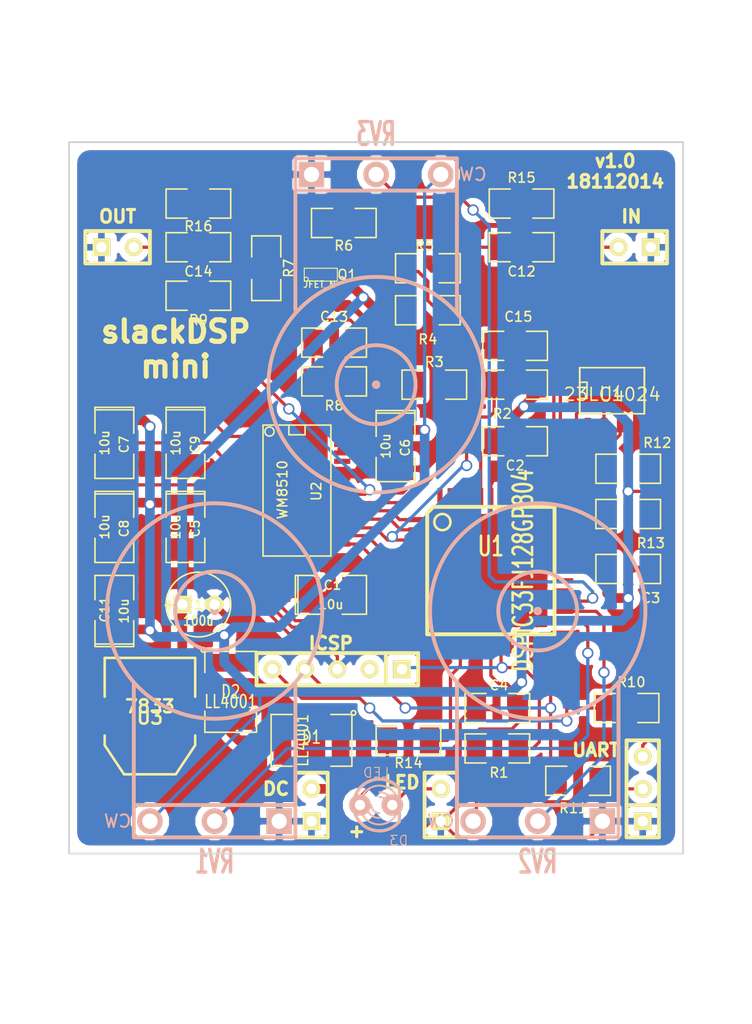
<source format=kicad_pcb>
(kicad_pcb (version 3) (host pcbnew "(2013-mar-25)-stable")
  (layers (15 F.Cu signal) (0 B.Cu signal) (18 B.Paste user) (19 F.Paste user) (20 B.SilkS user) (21 F.SilkS user) (22 B.Mask user) (23 F.Mask user) (28 Edge.Cuts user))
  (net 0 "")
  (net 1 +9V)
  (net 2 CLOCK)
  (net 3 CS)
  (net 4 DATA)
  (net 5 GND)
  (net 6 LED)
  (net 7 MCLR)
  (net 8 MIC2)
  (net 9 MONOOUT)
  (net 10 N-000001)
  (net 11 N-0000015)
  (net 12 N-0000016)
  (net 13 N-0000017)
  (net 14 N-000002)
  (net 15 N-0000021)
  (net 16 N-0000022)
  (net 17 N-0000023)
  (net 18 N-000003)
  (net 19 N-0000031)
  (net 20 N-0000032)
  (net 21 N-0000033)
  (net 22 N-0000034)
  (net 23 N-0000035)
  (net 24 N-0000039)
  (net 25 N-0000040)
  (net 26 N-0000041)
  (net 27 N-0000043)
  (net 28 N-000005)
  (net 29 N-000006)
  (net 30 N-0000060)
  (net 31 N-0000062)
  (net 32 N-0000064)
  (net 33 N-000007)
  (net 34 POT1)
  (net 35 POT2)
  (net 36 POT3)
  (net 37 SCK)
  (net 38 SDI)
  (net 39 SDO)
  (net 40 VCC)
  (module POT_16mm (layer B.Cu) (at 43.18 25.4)
    (fp_text reference RV3 (at 2.54 -3.175) (layer B.SilkS) (effects (font (size 1.7907 1.07696) (thickness 0.3048)) (justify mirror)))
    (fp_text value "10k lin" hide)
    (fp_text user CW (at 10.16 0) (layer B.SilkS) (effects (justify mirror)))
    (pad 1 thru_hole rect (at -2.54 0) (size 2 2) (drill 1.199999) (layers *.Cu *.Mask B.SilkS) (net 5 GND))
    (pad 2 thru_hole circle (at 2.54 0) (size 2 2) (drill 1.199999) (layers *.Cu *.Mask B.SilkS) (net 36 POT3))
    (pad 3 thru_hole circle (at 7.62 0) (size 2 2) (drill 1.199999) (layers *.Cu *.Mask B.SilkS) (net 40 VCC))
  )
  (module POT_16mm (layer B.Cu) (at 35.56 76.2 180)
    (fp_text reference RV1 (at 2.54 -3.175 180) (layer B.SilkS) (effects (font (size 1.7907 1.07696) (thickness 0.3048)) (justify mirror)))
    (fp_text value "10k Lin" hide)
    (fp_text user CW (at 10.16 0 180) (layer B.SilkS) (effects (justify mirror)))
    (pad 1 thru_hole rect (at -2.54 0 180) (size 2 2) (drill 1.199999) (layers *.Cu *.Mask B.SilkS) (net 5 GND))
    (pad 2 thru_hole circle (at 2.54 0 180) (size 2 2) (drill 1.199999) (layers *.Cu *.Mask B.SilkS) (net 34 POT1))
    (pad 3 thru_hole circle (at 7.62 0 180) (size 2 2) (drill 1.199999) (layers *.Cu *.Mask B.SilkS) (net 40 VCC))
  )
  (module POT_16mm (layer B.Cu) (at 60.96 76.2 180)
    (fp_text reference RV2 (at 2.54 -3.175 180) (layer B.SilkS) (effects (font (size 1.7907 1.07696) (thickness 0.3048)) (justify mirror)))
    (fp_text value "10k lin" hide)
    (fp_text user CW (at 10.16 0 180) (layer B.SilkS) (effects (justify mirror)))
    (pad 1 thru_hole rect (at -2.54 0 180) (size 2 2) (drill 1.199999) (layers *.Cu *.Mask B.SilkS) (net 5 GND))
    (pad 2 thru_hole circle (at 2.54 0 180) (size 2 2) (drill 1.199999) (layers *.Cu *.Mask B.SilkS) (net 35 POT2))
    (pad 3 thru_hole circle (at 7.62 0 180) (size 2 2) (drill 1.199999) (layers *.Cu *.Mask B.SilkS) (net 40 VCC))
  )
  (module SSOP28 (layer F.Cu) (at 39.497 50.165 270)
    (fp_text reference U2 (at 0.127 -1.524 270) (layer F.SilkS) (effects (font (size 0.762 0.762) (thickness 0.127))))
    (fp_text value WM8510 (at 0 1.143 270) (layer F.SilkS) (effects (font (size 0.762 0.762) (thickness 0.127))))
    (pad 1 smd rect (at -4.191 3.556 270) (size 0.4064 1.27) (layers F.Cu F.Paste F.Mask) (net 10 N-000001))
    (pad 2 smd rect (at -3.556 3.556 270) (size 0.4064 1.27) (layers F.Cu F.Paste F.Mask))
    (pad 3 smd rect (at -2.8956 3.556 270) (size 0.4064 1.27) (layers F.Cu F.Paste F.Mask))
    (pad 4 smd rect (at -2.2352 3.556 270) (size 0.4064 1.27) (layers F.Cu F.Paste F.Mask))
    (pad 5 smd rect (at -1.6002 3.556 270) (size 0.4064 1.27) (layers F.Cu F.Paste F.Mask))
    (pad 6 smd rect (at -0.9398 3.556 270) (size 0.4064 1.27) (layers F.Cu F.Paste F.Mask) (net 40 VCC))
    (pad 7 smd rect (at -0.2794 3.556 270) (size 0.4064 1.27) (layers F.Cu F.Paste F.Mask) (net 5 GND))
    (pad 8 smd rect (at 0.3556 3.556 270) (size 0.4064 1.27) (layers F.Cu F.Paste F.Mask) (net 5 GND))
    (pad 9 smd rect (at 1.016 3.556 270) (size 0.4064 1.27) (layers F.Cu F.Paste F.Mask) (net 40 VCC))
    (pad 10 smd rect (at 1.651 3.556 270) (size 0.4064 1.27) (layers F.Cu F.Paste F.Mask) (net 40 VCC))
    (pad 11 smd rect (at 2.3114 3.556 270) (size 0.4064 1.27) (layers F.Cu F.Paste F.Mask) (net 5 GND))
    (pad 12 smd rect (at 2.9718 3.556 270) (size 0.4064 1.27) (layers F.Cu F.Paste F.Mask) (net 17 N-0000023))
    (pad 13 smd rect (at 3.6068 3.556 270) (size 0.4064 1.27) (layers F.Cu F.Paste F.Mask) (net 16 N-0000022))
    (pad 14 smd rect (at 4.2672 3.556 270) (size 0.4064 1.27) (layers F.Cu F.Paste F.Mask) (net 15 N-0000021))
    (pad 15 smd rect (at 4.2672 -3.556 270) (size 0.4064 1.27) (layers F.Cu F.Paste F.Mask) (net 14 N-000002))
    (pad 16 smd rect (at 3.6068 -3.556 270) (size 0.4064 1.27) (layers F.Cu F.Paste F.Mask) (net 18 N-000003))
    (pad 17 smd rect (at 2.9972 -3.556 270) (size 0.4064 1.27) (layers F.Cu F.Paste F.Mask) (net 24 N-0000039))
    (pad 18 smd rect (at 2.3114 -3.556 270) (size 0.4064 1.27) (layers F.Cu F.Paste F.Mask) (net 25 N-0000040))
    (pad 19 smd rect (at 1.651 -3.556 270) (size 0.4064 1.27) (layers F.Cu F.Paste F.Mask) (net 29 N-000006))
    (pad 20 smd rect (at 1.016 -3.556 270) (size 0.4064 1.27) (layers F.Cu F.Paste F.Mask) (net 27 N-0000043))
    (pad 21 smd rect (at 0.3556 -3.556 270) (size 0.4064 1.27) (layers F.Cu F.Paste F.Mask) (net 9 MONOOUT))
    (pad 22 smd rect (at -0.2794 -3.556 270) (size 0.4064 1.27) (layers F.Cu F.Paste F.Mask))
    (pad 23 smd rect (at -0.9398 -3.556 270) (size 0.4064 1.27) (layers F.Cu F.Paste F.Mask) (net 5 GND))
    (pad 24 smd rect (at -1.6002 -3.556 270) (size 0.4064 1.27) (layers F.Cu F.Paste F.Mask) (net 5 GND))
    (pad 25 smd rect (at -2.2352 -3.556 270) (size 0.4064 1.27) (layers F.Cu F.Paste F.Mask))
    (pad 26 smd rect (at -2.8956 -3.556 270) (size 0.4064 1.27) (layers F.Cu F.Paste F.Mask) (net 40 VCC))
    (pad 27 smd rect (at -3.556 -3.556 270) (size 0.4064 1.27) (layers F.Cu F.Paste F.Mask) (net 40 VCC))
    (pad 28 smd rect (at -4.191 -3.556 270) (size 0.4064 1.27) (layers F.Cu F.Paste F.Mask) (net 8 MIC2))
  )
  (module TQFP44 (layer F.Cu) (at 54.737 56.515)
    (fp_text reference U1 (at 0 -1.905) (layer F.SilkS) (effects (font (size 1.524 1.016) (thickness 0.2032))))
    (fp_text value DSPIC33FJ128GP804 (at 2.54 0 90) (layer F.SilkS) (effects (font (size 1.524 1.016) (thickness 0.2032))))
    (pad 39 smd rect (at 0 -5.715) (size 0.4064 1.524) (layers F.Cu F.Paste F.Mask) (net 5 GND))
    (pad 40 smd rect (at -0.8001 -5.715) (size 0.4064 1.524) (layers F.Cu F.Paste F.Mask) (net 40 VCC))
    (pad 41 smd rect (at -1.6002 -5.715) (size 0.4064 1.524) (layers F.Cu F.Paste F.Mask))
    (pad 42 smd rect (at -2.4003 -5.715) (size 0.4064 1.524) (layers F.Cu F.Paste F.Mask))
    (pad 43 smd rect (at -3.2004 -5.715) (size 0.4064 1.524) (layers F.Cu F.Paste F.Mask))
    (pad 44 smd rect (at -4.0005 -5.715) (size 0.4064 1.524) (layers F.Cu F.Paste F.Mask))
    (pad 38 smd rect (at 0.8001 -5.715) (size 0.4064 1.524) (layers F.Cu F.Paste F.Mask))
    (pad 37 smd rect (at 1.6002 -5.715) (size 0.4064 1.524) (layers F.Cu F.Paste F.Mask) (net 37 SCK))
    (pad 36 smd rect (at 2.4003 -5.715) (size 0.4064 1.524) (layers F.Cu F.Paste F.Mask) (net 39 SDO))
    (pad 35 smd rect (at 3.2004 -5.715) (size 0.4064 1.524) (layers F.Cu F.Paste F.Mask))
    (pad 34 smd rect (at 4.0005 -5.715) (size 0.4064 1.524) (layers F.Cu F.Paste F.Mask))
    (pad 17 smd rect (at 0 5.715) (size 0.4064 1.524) (layers F.Cu F.Paste F.Mask) (net 40 VCC))
    (pad 16 smd rect (at -0.8001 5.715) (size 0.4064 1.524) (layers F.Cu F.Paste F.Mask) (net 5 GND))
    (pad 15 smd rect (at -1.6002 5.715) (size 0.4064 1.524) (layers F.Cu F.Paste F.Mask))
    (pad 14 smd rect (at -2.4003 5.715) (size 0.4064 1.524) (layers F.Cu F.Paste F.Mask) (net 6 LED))
    (pad 13 smd rect (at -3.2004 5.715) (size 0.4064 1.524) (layers F.Cu F.Paste F.Mask))
    (pad 12 smd rect (at -4.0005 5.715) (size 0.4064 1.524) (layers F.Cu F.Paste F.Mask))
    (pad 18 smd rect (at 0.8001 5.715) (size 0.4064 1.524) (layers F.Cu F.Paste F.Mask) (net 7 MCLR))
    (pad 19 smd rect (at 1.6002 5.715) (size 0.4064 1.524) (layers F.Cu F.Paste F.Mask))
    (pad 20 smd rect (at 2.4003 5.715) (size 0.4064 1.524) (layers F.Cu F.Paste F.Mask))
    (pad 21 smd rect (at 3.2004 5.715) (size 0.4064 1.524) (layers F.Cu F.Paste F.Mask) (net 4 DATA))
    (pad 22 smd rect (at 4.0005 5.715) (size 0.4064 1.524) (layers F.Cu F.Paste F.Mask) (net 2 CLOCK))
    (pad 6 smd rect (at -5.715 0) (size 1.524 0.4064) (layers F.Cu F.Paste F.Mask) (net 5 GND))
    (pad 28 smd rect (at 5.715 0) (size 1.524 0.4064) (layers F.Cu F.Paste F.Mask) (net 40 VCC))
    (pad 7 smd rect (at -5.715 0.8001) (size 1.524 0.4064) (layers F.Cu F.Paste F.Mask) (net 11 N-0000015))
    (pad 27 smd rect (at 5.715 0.8001) (size 1.524 0.4064) (layers F.Cu F.Paste F.Mask))
    (pad 26 smd rect (at 5.715 1.6002) (size 1.524 0.4064) (layers F.Cu F.Paste F.Mask))
    (pad 8 smd rect (at -5.715 1.6002) (size 1.524 0.4064) (layers F.Cu F.Paste F.Mask))
    (pad 9 smd rect (at -5.715 2.4003) (size 1.524 0.4064) (layers F.Cu F.Paste F.Mask) (net 15 N-0000021))
    (pad 25 smd rect (at 5.715 2.4003) (size 1.524 0.4064) (layers F.Cu F.Paste F.Mask) (net 36 POT3))
    (pad 24 smd rect (at 5.715 3.2004) (size 1.524 0.4064) (layers F.Cu F.Paste F.Mask) (net 35 POT2))
    (pad 10 smd rect (at -5.715 3.2004) (size 1.524 0.4064) (layers F.Cu F.Paste F.Mask) (net 16 N-0000022))
    (pad 11 smd rect (at -5.715 4.0005) (size 1.524 0.4064) (layers F.Cu F.Paste F.Mask) (net 17 N-0000023))
    (pad 23 smd rect (at 5.715 4.0005) (size 1.524 0.4064) (layers F.Cu F.Paste F.Mask) (net 34 POT1))
    (pad 29 smd rect (at 5.715 -0.8001) (size 1.524 0.4064) (layers F.Cu F.Paste F.Mask) (net 5 GND))
    (pad 5 smd rect (at -5.715 -0.8001) (size 1.524 0.4064) (layers F.Cu F.Paste F.Mask) (net 14 N-000002))
    (pad 4 smd rect (at -5.715 -1.6002) (size 1.524 0.4064) (layers F.Cu F.Paste F.Mask) (net 18 N-000003))
    (pad 30 smd rect (at 5.715 -1.6002) (size 1.524 0.4064) (layers F.Cu F.Paste F.Mask))
    (pad 31 smd rect (at 5.715 -2.4003) (size 1.524 0.4064) (layers F.Cu F.Paste F.Mask))
    (pad 3 smd rect (at -5.715 -2.4003) (size 1.524 0.4064) (layers F.Cu F.Paste F.Mask) (net 24 N-0000039))
    (pad 2 smd rect (at -5.715 -3.2004) (size 1.524 0.4064) (layers F.Cu F.Paste F.Mask) (net 25 N-0000040))
    (pad 32 smd rect (at 5.715 -3.2004) (size 1.524 0.4064) (layers F.Cu F.Paste F.Mask) (net 3 CS))
    (pad 33 smd rect (at 5.715 -4.0005) (size 1.524 0.4064) (layers F.Cu F.Paste F.Mask) (net 38 SDI))
    (pad 1 smd rect (at -5.715 -4.0005) (size 1.524 0.4064) (layers F.Cu F.Paste F.Mask) (net 29 N-000006))
  )
  (module SM1206 (layer F.Cu) (at 55.245 67.31)
    (fp_text reference C4 (at 0.127 -1.778) (layer F.SilkS) (effects (font (size 0.762 0.762) (thickness 0.127))))
    (fp_text value 100n hide)
    (pad 1 smd rect (at -1.651 0) (size 1.524 2.032) (layers F.Cu F.Paste F.Mask) (net 5 GND))
    (pad 2 smd rect (at 1.651 0) (size 1.524 2.032) (layers F.Cu F.Paste F.Mask) (net 40 VCC))
  )
  (module SM1206 (layer F.Cu) (at 65.532 56.388 180)
    (fp_text reference C3 (at -1.778 -2.286 180) (layer F.SilkS) (effects (font (size 0.762 0.762) (thickness 0.127))))
    (fp_text value 100n hide)
    (pad 1 smd rect (at -1.651 0 180) (size 1.524 2.032) (layers F.Cu F.Paste F.Mask) (net 5 GND))
    (pad 2 smd rect (at 1.651 0 180) (size 1.524 2.032) (layers F.Cu F.Paste F.Mask) (net 40 VCC))
  )
  (module SM1206 (layer F.Cu) (at 56.642 46.355 180)
    (fp_text reference C2 (at 0 -1.905 180) (layer F.SilkS) (effects (font (size 0.762 0.762) (thickness 0.127))))
    (fp_text value 100n hide)
    (pad 1 smd rect (at -1.651 0 180) (size 1.524 2.032) (layers F.Cu F.Paste F.Mask) (net 5 GND))
    (pad 2 smd rect (at 1.651 0 180) (size 1.524 2.032) (layers F.Cu F.Paste F.Mask) (net 40 VCC))
  )
  (module SM1206 (layer F.Cu) (at 55.245 70.485)
    (fp_text reference R1 (at 0.127 1.905) (layer F.SilkS) (effects (font (size 0.762 0.762) (thickness 0.127))))
    (fp_text value 10k hide)
    (pad 1 smd rect (at -1.651 0) (size 1.524 2.032) (layers F.Cu F.Paste F.Mask) (net 40 VCC))
    (pad 2 smd rect (at 1.651 0) (size 1.524 2.032) (layers F.Cu F.Paste F.Mask) (net 7 MCLR))
  )
  (module SM1206 (layer F.Cu) (at 50.292 41.91)
    (fp_text reference R3 (at 0 -1.778) (layer F.SilkS) (effects (font (size 0.762 0.762) (thickness 0.127))))
    (fp_text value 10k hide)
    (pad 1 smd rect (at -1.651 0) (size 1.524 2.032) (layers F.Cu F.Paste F.Mask) (net 40 VCC))
    (pad 2 smd rect (at 1.651 0) (size 1.524 2.032) (layers F.Cu F.Paste F.Mask) (net 27 N-0000043))
  )
  (module SM1206 (layer F.Cu) (at 56.642 41.91 180)
    (fp_text reference R2 (at 1.016 -2.286 180) (layer F.SilkS) (effects (font (size 0.762 0.762) (thickness 0.127))))
    (fp_text value 10k hide)
    (pad 1 smd rect (at -1.651 0 180) (size 1.524 2.032) (layers F.Cu F.Paste F.Mask) (net 40 VCC))
    (pad 2 smd rect (at 1.651 0 180) (size 1.524 2.032) (layers F.Cu F.Paste F.Mask) (net 24 N-0000039))
  )
  (module SIL-2 (layer F.Cu) (at 40.64 74.93 90)
    (fp_text reference P1 hide)
    (fp_text value "DC In" hide)
    (pad 1 thru_hole rect (at -1.27 0 90) (size 1.397 1.397) (drill 0.812799) (layers *.Cu *.Mask F.SilkS) (net 5 GND))
    (pad 2 thru_hole circle (at 1.27 0 90) (size 1.397 1.397) (drill 0.812799) (layers *.Cu *.Mask F.SilkS) (net 21 N-0000033))
  )
  (module C1V5 (layer F.Cu) (at 31.75 59.182)
    (fp_text reference C10 (at 0 0) (layer F.SilkS) (effects (font (size 0.762 0.762) (thickness 0.127))))
    (fp_text value 100u (at 0 1.27) (layer F.SilkS) (effects (font (size 0.762 0.635) (thickness 0.127))))
    (fp_text user + (at -2.286 0) (layer F.SilkS) (effects (font (size 0.762 0.762) (thickness 0.2032))))
    (pad 1 thru_hole rect (at -1.27 0) (size 1.397 1.397) (drill 0.812799) (layers *.Cu *.Mask F.SilkS) (net 1 +9V))
    (pad 2 thru_hole circle (at 1.27 0) (size 1.397 1.397) (drill 0.812799) (layers *.Cu *.Mask F.SilkS) (net 5 GND))
  )
  (module SOT223 (layer F.Cu) (at 27.94 67.945 180)
    (fp_text reference U3 (at 0 -0.127 180) (layer F.SilkS) (effects (font (size 1.016 1.016) (thickness 0.2032))))
    (fp_text value 7833 (at 0 0.762 180) (layer F.SilkS) (effects (font (size 1.016 1.016) (thickness 0.2032))))
    (pad 4 smd rect (at 0 -3.302 180) (size 3.6576 2.032) (layers F.Cu F.Paste F.Mask) (net 5 GND))
    (pad 2 smd rect (at 0 3.302 180) (size 1.016 2.032) (layers F.Cu F.Paste F.Mask) (net 5 GND))
    (pad 3 smd rect (at 2.286 3.302 180) (size 1.016 2.032) (layers F.Cu F.Paste F.Mask) (net 40 VCC))
    (pad 1 smd rect (at -2.286 3.302 180) (size 1.016 2.032) (layers F.Cu F.Paste F.Mask) (net 1 +9V))
  )
  (module SOT23 (layer F.Cu) (at 41.402 33.274)
    (fp_text reference Q1 (at 2.032 0) (layer F.SilkS) (effects (font (size 0.762 0.762) (thickness 0.11938))))
    (fp_text value JFET_N (at -0.127 0.762) (layer F.SilkS) (effects (font (size 0.50038 0.50038) (thickness 0.09906))))
    (pad 3 smd rect (at 0 -1.09982) (size 0.8001 1.00076) (layers F.Cu F.Paste F.Mask) (net 22 N-0000034))
    (pad 2 smd rect (at 0.9525 1.09982) (size 0.8001 1.00076) (layers F.Cu F.Paste F.Mask) (net 1 +9V))
    (pad 1 smd rect (at -0.9525 1.09982) (size 0.8001 1.00076) (layers F.Cu F.Paste F.Mask) (net 23 N-0000035))
  )
  (module SM1206 (layer F.Cu) (at 37.084 32.766 90)
    (fp_text reference R7 (at 0 1.778 90) (layer F.SilkS) (effects (font (size 0.762 0.762) (thickness 0.127))))
    (fp_text value 10k hide)
    (pad 1 smd rect (at -1.651 0 90) (size 1.524 2.032) (layers F.Cu F.Paste F.Mask) (net 23 N-0000035))
    (pad 2 smd rect (at 1.651 0 90) (size 1.524 2.032) (layers F.Cu F.Paste F.Mask) (net 5 GND))
  )
  (module SM1206 (layer F.Cu) (at 43.18 29.21 180)
    (fp_text reference R6 (at 0 -1.778 180) (layer F.SilkS) (effects (font (size 0.762 0.762) (thickness 0.127))))
    (fp_text value 10k hide)
    (pad 1 smd rect (at -1.651 0 180) (size 1.524 2.032) (layers F.Cu F.Paste F.Mask) (net 32 N-0000064))
    (pad 2 smd rect (at 1.651 0 180) (size 1.524 2.032) (layers F.Cu F.Paste F.Mask) (net 22 N-0000034))
  )
  (module SM1206 (layer F.Cu) (at 49.784 32.766)
    (fp_text reference R5 (at -0.254 -1.778) (layer F.SilkS) (effects (font (size 0.762 0.762) (thickness 0.127))))
    (fp_text value 2M2 hide)
    (pad 1 smd rect (at -1.651 0) (size 1.524 2.032) (layers F.Cu F.Paste F.Mask) (net 32 N-0000064))
    (pad 2 smd rect (at 1.651 0) (size 1.524 2.032) (layers F.Cu F.Paste F.Mask) (net 5 GND))
  )
  (module SM1206 (layer F.Cu) (at 57.15 31.115 180)
    (fp_text reference C12 (at 0 -1.905 180) (layer F.SilkS) (effects (font (size 0.762 0.762) (thickness 0.127))))
    (fp_text value 100n hide)
    (pad 1 smd rect (at -1.651 0 180) (size 1.524 2.032) (layers F.Cu F.Paste F.Mask) (net 33 N-000007))
    (pad 2 smd rect (at 1.651 0 180) (size 1.524 2.032) (layers F.Cu F.Paste F.Mask) (net 32 N-0000064))
  )
  (module SM1206 (layer F.Cu) (at 49.784 36.068)
    (fp_text reference R4 (at 0 2.286) (layer F.SilkS) (effects (font (size 0.762 0.762) (thickness 0.127))))
    (fp_text value 2M2 hide)
    (pad 1 smd rect (at -1.651 0) (size 1.524 2.032) (layers F.Cu F.Paste F.Mask) (net 1 +9V))
    (pad 2 smd rect (at 1.651 0) (size 1.524 2.032) (layers F.Cu F.Paste F.Mask) (net 32 N-0000064))
  )
  (module SM1206 (layer F.Cu) (at 42.418 38.608 180)
    (fp_text reference C13 (at 0 2.032 180) (layer F.SilkS) (effects (font (size 0.762 0.762) (thickness 0.127))))
    (fp_text value 1u hide)
    (pad 1 smd rect (at -1.651 0 180) (size 1.524 2.032) (layers F.Cu F.Paste F.Mask) (net 23 N-0000035))
    (pad 2 smd rect (at 1.651 0 180) (size 1.524 2.032) (layers F.Cu F.Paste F.Mask) (net 31 N-0000062))
  )
  (module SM1206 (layer F.Cu) (at 42.418 41.656)
    (fp_text reference R8 (at 0 1.905) (layer F.SilkS) (effects (font (size 0.762 0.762) (thickness 0.127))))
    (fp_text value 22k hide)
    (pad 1 smd rect (at -1.651 0) (size 1.524 2.032) (layers F.Cu F.Paste F.Mask) (net 31 N-0000062))
    (pad 2 smd rect (at 1.651 0) (size 1.524 2.032) (layers F.Cu F.Paste F.Mask) (net 8 MIC2))
  )
  (module SM1206 (layer F.Cu) (at 31.75 34.925)
    (fp_text reference R9 (at 0 1.905) (layer F.SilkS) (effects (font (size 0.762 0.762) (thickness 0.127))))
    (fp_text value 100r hide)
    (pad 1 smd rect (at -1.651 0) (size 1.524 2.032) (layers F.Cu F.Paste F.Mask) (net 9 MONOOUT))
    (pad 2 smd rect (at 1.651 0) (size 1.524 2.032) (layers F.Cu F.Paste F.Mask) (net 30 N-0000060))
  )
  (module SM1206 (layer F.Cu) (at 31.75 31.115 180)
    (fp_text reference C14 (at 0 -1.905 180) (layer F.SilkS) (effects (font (size 0.762 0.762) (thickness 0.127))))
    (fp_text value 1u hide)
    (pad 1 smd rect (at -1.651 0 180) (size 1.524 2.032) (layers F.Cu F.Paste F.Mask) (net 30 N-0000060))
    (pad 2 smd rect (at 1.651 0 180) (size 1.524 2.032) (layers F.Cu F.Paste F.Mask) (net 28 N-000005))
  )
  (module SIL-2 (layer F.Cu) (at 66.04 31.115 180)
    (fp_text reference P2 hide)
    (fp_text value In hide)
    (pad 1 thru_hole rect (at -1.27 0 180) (size 1.397 1.397) (drill 0.812799) (layers *.Cu *.Mask F.SilkS) (net 5 GND))
    (pad 2 thru_hole circle (at 1.27 0 180) (size 1.397 1.397) (drill 0.812799) (layers *.Cu *.Mask F.SilkS) (net 33 N-000007))
  )
  (module SIL-2 (layer F.Cu) (at 25.4 31.115)
    (fp_text reference P3 hide)
    (fp_text value Out hide)
    (pad 1 thru_hole rect (at -1.27 0) (size 1.397 1.397) (drill 0.812799) (layers *.Cu *.Mask F.SilkS) (net 5 GND))
    (pad 2 thru_hole circle (at 1.27 0) (size 1.397 1.397) (drill 0.812799) (layers *.Cu *.Mask F.SilkS) (net 28 N-000005))
  )
  (module SM1206 (layer F.Cu) (at 65.405 67.31)
    (fp_text reference R10 (at 0.381 -2.032) (layer F.SilkS) (effects (font (size 0.762 0.762) (thickness 0.127))))
    (fp_text value 22k hide)
    (pad 1 smd rect (at -1.651 0) (size 1.524 2.032) (layers F.Cu F.Paste F.Mask) (net 2 CLOCK))
    (pad 2 smd rect (at 1.651 0) (size 1.524 2.032) (layers F.Cu F.Paste F.Mask) (net 19 N-0000031))
  )
  (module SM1206 (layer F.Cu) (at 61.595 73.025)
    (fp_text reference R11 (at -0.381 2.159) (layer F.SilkS) (effects (font (size 0.762 0.762) (thickness 0.127))))
    (fp_text value 100r hide)
    (pad 1 smd rect (at -1.651 0) (size 1.524 2.032) (layers F.Cu F.Paste F.Mask) (net 4 DATA))
    (pad 2 smd rect (at 1.651 0) (size 1.524 2.032) (layers F.Cu F.Paste F.Mask) (net 20 N-0000032))
  )
  (module SIL-3 (layer F.Cu) (at 66.675 73.66 90)
    (fp_text reference K1 hide)
    (fp_text value UART hide)
    (pad 1 thru_hole rect (at -2.54 0 90) (size 1.397 1.397) (drill 0.812799) (layers *.Cu *.Mask F.SilkS) (net 5 GND))
    (pad 2 thru_hole circle (at 0 0 90) (size 1.397 1.397) (drill 0.812799) (layers *.Cu *.Mask F.SilkS) (net 20 N-0000032))
    (pad 3 thru_hole circle (at 2.54 0 90) (size 1.397 1.397) (drill 0.812799) (layers *.Cu *.Mask F.SilkS) (net 19 N-0000031))
  )
  (module SM1206 (layer F.Cu) (at 65.532 48.514)
    (fp_text reference R12 (at 2.286 -2.032) (layer F.SilkS) (effects (font (size 0.762 0.762) (thickness 0.127))))
    (fp_text value 10k hide)
    (pad 1 smd rect (at -1.651 0) (size 1.524 2.032) (layers F.Cu F.Paste F.Mask) (net 26 N-0000041))
    (pad 2 smd rect (at 1.651 0) (size 1.524 2.032) (layers F.Cu F.Paste F.Mask) (net 40 VCC))
  )
  (module SM1206 (layer F.Cu) (at 65.532 52.07)
    (fp_text reference R13 (at 1.778 2.286) (layer F.SilkS) (effects (font (size 0.762 0.762) (thickness 0.127))))
    (fp_text value 10k hide)
    (pad 1 smd rect (at -1.651 0) (size 1.524 2.032) (layers F.Cu F.Paste F.Mask) (net 3 CS))
    (pad 2 smd rect (at 1.651 0) (size 1.524 2.032) (layers F.Cu F.Paste F.Mask) (net 40 VCC))
  )
  (module SM1206 (layer F.Cu) (at 56.642 38.862 180)
    (fp_text reference C15 (at -0.254 2.286 180) (layer F.SilkS) (effects (font (size 0.762 0.762) (thickness 0.127))))
    (fp_text value 100n hide)
    (pad 1 smd rect (at -1.651 0 180) (size 1.524 2.032) (layers F.Cu F.Paste F.Mask) (net 40 VCC))
    (pad 2 smd rect (at 1.651 0 180) (size 1.524 2.032) (layers F.Cu F.Paste F.Mask) (net 5 GND))
  )
  (module SO8-Narrow (layer F.Cu) (at 64.262 41.91)
    (fp_text reference U4 (at 0 0.762) (layer F.SilkS) (effects (font (size 1.143 1.016) (thickness 0.127))))
    (fp_text value 23LC1024 (at 0 0.762) (layer F.SilkS) (effects (font (size 1.016 1.016) (thickness 0.127))))
    (pad 8 smd rect (at -1.905 -2.2225) (size 0.508 1.143) (layers F.Cu F.Paste F.Mask) (net 40 VCC))
    (pad 7 smd rect (at -0.635 -2.2225) (size 0.508 1.143) (layers F.Cu F.Paste F.Mask) (net 40 VCC))
    (pad 6 smd rect (at 0.635 -2.2225) (size 0.508 1.143) (layers F.Cu F.Paste F.Mask) (net 37 SCK))
    (pad 5 smd rect (at 1.905 -2.2225) (size 0.508 1.143) (layers F.Cu F.Paste F.Mask) (net 39 SDO))
    (pad 4 smd rect (at 1.905 3.175) (size 0.508 1.143) (layers F.Cu F.Paste F.Mask) (net 5 GND))
    (pad 3 smd rect (at 0.635 3.175) (size 0.508 1.143) (layers F.Cu F.Paste F.Mask) (net 26 N-0000041))
    (pad 2 smd rect (at -0.635 3.175) (size 0.508 1.143) (layers F.Cu F.Paste F.Mask) (net 38 SDI))
    (pad 1 smd rect (at -1.905 3.175) (size 0.508 1.143) (layers F.Cu F.Paste F.Mask) (net 3 CS))
  )
  (module SM1206 (layer F.Cu) (at 48.26 69.85 180)
    (fp_text reference R14 (at 0 -1.778 180) (layer F.SilkS) (effects (font (size 0.762 0.762) (thickness 0.127))))
    (fp_text value 10k hide)
    (pad 1 smd rect (at -1.651 0 180) (size 1.524 2.032) (layers F.Cu F.Paste F.Mask) (net 6 LED))
    (pad 2 smd rect (at 1.651 0 180) (size 1.524 2.032) (layers F.Cu F.Paste F.Mask) (net 13 N-0000017))
  )
  (module SM1812 (layer F.Cu) (at 34.29 66.04 270)
    (fp_text reference D2 (at 0 0 360) (layer F.SilkS) (effects (font (size 1.016 0.762) (thickness 0.127))))
    (fp_text value LL4001 (at 0.762 0 360) (layer F.SilkS) (effects (font (size 1.016 0.762) (thickness 0.127))))
    (pad 1 smd rect (at -2.286 0 270) (size 1.397 3.81) (layers F.Cu F.Paste F.Mask) (net 40 VCC))
    (pad 2 smd rect (at 2.286 0 270) (size 1.397 3.81) (layers F.Cu F.Paste F.Mask) (net 1 +9V))
  )
  (module SM1812 (layer F.Cu) (at 40.64 69.85 180)
    (fp_text reference D1 (at 0 0.254 180) (layer F.SilkS) (effects (font (size 1.016 0.762) (thickness 0.127))))
    (fp_text value LL4001 (at 0.762 0 270) (layer F.SilkS) (effects (font (size 1.016 0.762) (thickness 0.127))))
    (pad 1 smd rect (at -2.286 0 180) (size 1.397 3.81) (layers F.Cu F.Paste F.Mask) (net 21 N-0000033))
    (pad 2 smd rect (at 2.286 0 180) (size 1.397 3.81) (layers F.Cu F.Paste F.Mask) (net 1 +9V))
  )
  (module LED-3MM (layer B.Cu) (at 45.72 74.93)
    (fp_text reference D3 (at 1.778 2.794) (layer B.SilkS) (effects (font (size 0.762 0.762) (thickness 0.0889)) (justify mirror)))
    (fp_text value LED (at 0 -2.54) (layer B.SilkS) (effects (font (size 0.762 0.762) (thickness 0.0889)) (justify mirror)))
    (pad 1 thru_hole circle (at -1.27 0) (size 1.6764 1.6764) (drill 0.812799) (layers *.Cu *.Mask B.SilkS) (net 13 N-0000017))
    (pad 2 thru_hole circle (at 1.27 0) (size 1.6764 1.6764) (drill 0.812799) (layers *.Cu *.Mask B.SilkS) (net 12 N-0000016))
  )
  (module SM1206 (layer F.Cu) (at 57.15 27.686)
    (fp_text reference R15 (at 0 -2.032) (layer F.SilkS) (effects (font (size 0.762 0.762) (thickness 0.127))))
    (fp_text value 2M2 hide)
    (pad 1 smd rect (at -1.651 0) (size 1.524 2.032) (layers F.Cu F.Paste F.Mask) (net 5 GND))
    (pad 2 smd rect (at 1.651 0) (size 1.524 2.032) (layers F.Cu F.Paste F.Mask) (net 33 N-000007))
  )
  (module SM1206 (layer F.Cu) (at 31.75 27.686 180)
    (fp_text reference R16 (at 0 -1.778 180) (layer F.SilkS) (effects (font (size 0.762 0.762) (thickness 0.127))))
    (fp_text value 10k hide)
    (pad 1 smd rect (at -1.651 0 180) (size 1.524 2.032) (layers F.Cu F.Paste F.Mask) (net 5 GND))
    (pad 2 smd rect (at 1.651 0 180) (size 1.524 2.032) (layers F.Cu F.Paste F.Mask) (net 28 N-000005))
  )
  (module SIL-5 (layer F.Cu) (at 41.402 64.262 180)
    (fp_text reference P5 hide)
    (fp_text value ICSP hide)
    (pad 1 thru_hole rect (at -6.35 0 180) (size 1.397 1.397) (drill 0.812799) (layers *.Cu *.Mask F.SilkS) (net 7 MCLR))
    (pad 2 thru_hole circle (at -3.81 0 180) (size 1.397 1.397) (drill 0.812799) (layers *.Cu *.Mask F.SilkS))
    (pad 3 thru_hole circle (at -1.27 0 180) (size 1.397 1.397) (drill 0.812799) (layers *.Cu *.Mask F.SilkS) (net 5 GND))
    (pad 4 thru_hole circle (at 1.27 0 180) (size 1.397 1.397) (drill 0.812799) (layers *.Cu *.Mask F.SilkS) (net 4 DATA))
    (pad 5 thru_hole circle (at 3.81 0 180) (size 1.397 1.397) (drill 0.812799) (layers *.Cu *.Mask F.SilkS) (net 2 CLOCK))
  )
  (module SIL-2 (layer F.Cu) (at 50.8 74.93 90)
    (fp_text reference P4 hide)
    (fp_text value LED hide)
    (pad 1 thru_hole rect (at -1.27 0 90) (size 1.397 1.397) (drill 0.812799) (layers *.Cu *.Mask F.SilkS) (net 5 GND))
    (pad 2 thru_hole circle (at 1.27 0 90) (size 1.397 1.397) (drill 0.812799) (layers *.Cu *.Mask F.SilkS) (net 12 N-0000016))
  )
  (module SM1210L (layer F.Cu) (at 30.734 53.086 270)
    (fp_text reference C5 (at 0.127 -0.762 270) (layer F.SilkS) (effects (font (size 0.7 0.7) (thickness 0.127))))
    (fp_text value 10u (at 0 0.762 270) (layer F.SilkS) (effects (font (size 0.7 0.7) (thickness 0.127))))
    (pad 1 smd rect (at -1.778 0 270) (size 1.778 2.794) (layers F.Cu F.Paste F.Mask) (net 40 VCC))
    (pad 2 smd rect (at 1.778 0 270) (size 1.778 2.794) (layers F.Cu F.Paste F.Mask) (net 5 GND))
  )
  (module SM1210L (layer F.Cu) (at 25.146 53.086 270)
    (fp_text reference C8 (at 0.127 -0.762 270) (layer F.SilkS) (effects (font (size 0.7 0.7) (thickness 0.127))))
    (fp_text value 10u (at 0 0.762 270) (layer F.SilkS) (effects (font (size 0.7 0.7) (thickness 0.127))))
    (pad 1 smd rect (at -1.778 0 270) (size 1.778 2.794) (layers F.Cu F.Paste F.Mask) (net 40 VCC))
    (pad 2 smd rect (at 1.778 0 270) (size 1.778 2.794) (layers F.Cu F.Paste F.Mask) (net 5 GND))
  )
  (module SM1210L (layer F.Cu) (at 30.734 46.482 270)
    (fp_text reference C9 (at 0.127 -0.762 270) (layer F.SilkS) (effects (font (size 0.7 0.7) (thickness 0.127))))
    (fp_text value 10u (at 0 0.762 270) (layer F.SilkS) (effects (font (size 0.7 0.7) (thickness 0.127))))
    (pad 1 smd rect (at -1.778 0 270) (size 1.778 2.794) (layers F.Cu F.Paste F.Mask) (net 10 N-000001))
    (pad 2 smd rect (at 1.778 0 270) (size 1.778 2.794) (layers F.Cu F.Paste F.Mask) (net 5 GND))
  )
  (module SM1210L (layer F.Cu) (at 25.146 46.482 270)
    (fp_text reference C7 (at 0.127 -0.762 270) (layer F.SilkS) (effects (font (size 0.7 0.7) (thickness 0.127))))
    (fp_text value 10u (at 0 0.762 270) (layer F.SilkS) (effects (font (size 0.7 0.7) (thickness 0.127))))
    (pad 1 smd rect (at -1.778 0 270) (size 1.778 2.794) (layers F.Cu F.Paste F.Mask) (net 40 VCC))
    (pad 2 smd rect (at 1.778 0 270) (size 1.778 2.794) (layers F.Cu F.Paste F.Mask) (net 5 GND))
  )
  (module SM1210L (layer F.Cu) (at 47.244 46.736 270)
    (fp_text reference C6 (at 0.127 -0.762 270) (layer F.SilkS) (effects (font (size 0.7 0.7) (thickness 0.127))))
    (fp_text value 10u (at 0 0.762 270) (layer F.SilkS) (effects (font (size 0.7 0.7) (thickness 0.127))))
    (pad 1 smd rect (at -1.778 0 270) (size 1.778 2.794) (layers F.Cu F.Paste F.Mask) (net 40 VCC))
    (pad 2 smd rect (at 1.778 0 270) (size 1.778 2.794) (layers F.Cu F.Paste F.Mask) (net 5 GND))
  )
  (module SM1210L (layer F.Cu) (at 25.146 59.69 90)
    (fp_text reference C11 (at 0.127 -0.762 90) (layer F.SilkS) (effects (font (size 0.7 0.7) (thickness 0.127))))
    (fp_text value 10u (at 0 0.762 90) (layer F.SilkS) (effects (font (size 0.7 0.7) (thickness 0.127))))
    (pad 1 smd rect (at -1.778 0 90) (size 1.778 2.794) (layers F.Cu F.Paste F.Mask) (net 40 VCC))
    (pad 2 smd rect (at 1.778 0 90) (size 1.778 2.794) (layers F.Cu F.Paste F.Mask) (net 5 GND))
  )
  (module SM1210L (layer F.Cu) (at 42.164 58.42)
    (fp_text reference C1 (at 0.127 -0.762) (layer F.SilkS) (effects (font (size 0.7 0.7) (thickness 0.127))))
    (fp_text value 10u (at 0 0.762) (layer F.SilkS) (effects (font (size 0.7 0.7) (thickness 0.127))))
    (pad 1 smd rect (at -1.778 0) (size 1.778 2.794) (layers F.Cu F.Paste F.Mask) (net 5 GND))
    (pad 2 smd rect (at 1.778 0) (size 1.778 2.794) (layers F.Cu F.Paste F.Mask) (net 11 N-0000015))
  )
  (gr_text "v1.0\n18112014" (at 64.516 25.146) (layer F.SilkS) (effects (font (size 1 1) (thickness 0.25))))
  (gr_text + (at 44.196 76.962) (layer F.SilkS) (effects (font (size 1 1) (thickness 0.25))))
  (gr_text UART (at 62.992 70.612) (layer F.SilkS) (effects (font (size 1 1) (thickness 0.25))))
  (gr_text LED (at 47.752 73.152) (layer F.SilkS) (effects (font (size 1 1) (thickness 0.25))))
  (gr_text DC (at 37.846 73.66) (layer F.SilkS) (effects (font (size 1 1) (thickness 0.25))))
  (gr_text ICSP (at 42.164 62.23) (layer F.SilkS) (effects (font (size 1 1) (thickness 0.25))))
  (gr_text OUT (at 25.4 28.702) (layer F.SilkS) (effects (font (size 1 1) (thickness 0.25))))
  (gr_text IN (at 65.786 28.702) (layer F.SilkS) (effects (font (size 1 1) (thickness 0.25))))
  (gr_text "slackDSP\nmini\n" (at 29.972 39.116) (layer F.SilkS) (effects (font (size 1.7 1.7) (thickness 0.4))))
  (gr_line (start 21.59 78.74) (end 21.59 22.86) (angle 90) (layer Edge.Cuts) (width 0.15))
  (gr_line (start 69.85 78.74) (end 21.59 78.74) (angle 90) (layer Edge.Cuts) (width 0.15))
  (gr_line (start 69.85 22.86) (end 69.85 78.74) (angle 90) (layer Edge.Cuts) (width 0.15))
  (gr_line (start 21.59 22.86) (end 69.85 22.86) (angle 90) (layer Edge.Cuts) (width 0.15))
  (segment (start 48.133 36.068) (end 45.72 36.068) (width 0.762) (layer F.Cu) (net 1))
  (segment (start 45.72 36.068) (end 44.704 35.052) (width 0.762) (layer F.Cu) (net 1))
  (segment (start 42.3545 34.37382) (end 44.02582 34.37382) (width 0.762) (layer F.Cu) (net 1))
  (segment (start 44.02582 34.37382) (end 44.704 35.052) (width 0.762) (layer F.Cu) (net 1))
  (segment (start 30.48 59.182) (end 30.48 49.276) (width 0.762) (layer B.Cu) (net 1))
  (segment (start 44.704 35.052) (end 44.6405 34.9885) (width 0.762) (layer F.Cu) (net 1))
  (via (at 44.704 35.052) (size 0.889) (layers F.Cu B.Cu) (net 1))
  (segment (start 30.48 49.276) (end 44.704 35.052) (width 0.762) (layer B.Cu) (net 1))
  (segment (start 38.354 69.85) (end 34.925 69.85) (width 0.762) (layer F.Cu) (net 1))
  (segment (start 34.29 69.215) (end 34.29 68.326) (width 0.762) (layer F.Cu) (net 1))
  (segment (start 34.925 69.85) (end 34.29 69.215) (width 0.762) (layer F.Cu) (net 1))
  (segment (start 30.226 64.643) (end 30.353 64.643) (width 0.762) (layer F.Cu) (net 1))
  (segment (start 34.036 68.326) (end 34.29 68.326) (width 0.762) (layer F.Cu) (net 1))
  (segment (start 30.353 64.643) (end 34.036 68.326) (width 0.762) (layer F.Cu) (net 1))
  (segment (start 30.48 59.182) (end 30.48 64.389) (width 0.762) (layer F.Cu) (net 1))
  (segment (start 30.48 64.389) (end 30.226 64.643) (width 0.762) (layer F.Cu) (net 1))
  (via (at 30.48 59.182) (size 0.889) (layers F.Cu B.Cu) (net 1))
  (via (at 60.706 68.326) (size 0.889) (layers F.Cu B.Cu) (net 2))
  (segment (start 60.706 67.31) (end 60.706 68.326) (width 0.254) (layer F.Cu) (net 2))
  (segment (start 39.878 66.548) (end 44.45 66.548) (width 0.254) (layer F.Cu) (net 2))
  (segment (start 45.212 67.31) (end 46.228 68.326) (width 0.254) (layer B.Cu) (net 2))
  (segment (start 37.592 64.262) (end 37.592 64.135) (width 0.254) (layer F.Cu) (net 2))
  (segment (start 37.592 64.262) (end 39.878 66.548) (width 0.254) (layer F.Cu) (net 2))
  (via (at 45.212 67.31) (size 0.889) (layers F.Cu B.Cu) (net 2))
  (segment (start 44.45 66.548) (end 45.212 67.31) (width 0.254) (layer F.Cu) (net 2))
  (segment (start 60.706 68.326) (end 46.228 68.326) (width 0.254) (layer B.Cu) (net 2))
  (segment (start 60.706 67.31) (end 61.722 67.31) (width 0.254) (layer F.Cu) (net 2))
  (segment (start 61.722 67.31) (end 63.246 67.31) (width 0.254) (layer F.Cu) (net 2))
  (segment (start 58.7375 62.23) (end 58.7375 62.8015) (width 0.254) (layer F.Cu) (net 2))
  (segment (start 60.706 64.77) (end 60.706 67.31) (width 0.254) (layer F.Cu) (net 2))
  (segment (start 58.7375 62.8015) (end 60.706 64.77) (width 0.254) (layer F.Cu) (net 2))
  (segment (start 62.23 51.816) (end 63.627 51.816) (width 0.254) (layer F.Cu) (net 3))
  (segment (start 63.627 51.816) (end 63.881 52.07) (width 0.254) (layer F.Cu) (net 3))
  (segment (start 60.452 53.3146) (end 61.6966 53.3146) (width 0.254) (layer F.Cu) (net 3))
  (segment (start 62.23 45.212) (end 62.357 45.085) (width 0.254) (layer F.Cu) (net 3))
  (segment (start 62.23 52.7812) (end 62.23 51.816) (width 0.254) (layer F.Cu) (net 3))
  (segment (start 62.23 51.816) (end 62.23 45.212) (width 0.254) (layer F.Cu) (net 3))
  (segment (start 61.6966 53.3146) (end 62.23 52.7812) (width 0.254) (layer F.Cu) (net 3))
  (via (at 59.436 67.31) (size 0.889) (layers F.Cu B.Cu) (net 4))
  (segment (start 48.006 67.31) (end 59.436 67.31) (width 0.254) (layer B.Cu) (net 4))
  (via (at 48.006 67.31) (size 0.889) (layers F.Cu B.Cu) (net 4))
  (segment (start 46.482 65.786) (end 48.006 67.31) (width 0.254) (layer F.Cu) (net 4))
  (segment (start 41.656 65.786) (end 46.482 65.786) (width 0.254) (layer F.Cu) (net 4))
  (segment (start 59.436 73.025) (end 59.436 67.31) (width 0.254) (layer F.Cu) (net 4))
  (segment (start 59.436 67.31) (end 59.436 65.024) (width 0.254) (layer F.Cu) (net 4))
  (segment (start 57.912 62.2554) (end 57.9374 62.23) (width 0.254) (layer F.Cu) (net 4))
  (segment (start 57.912 63.5) (end 57.912 62.2554) (width 0.254) (layer F.Cu) (net 4))
  (segment (start 59.436 65.024) (end 57.912 63.5) (width 0.254) (layer F.Cu) (net 4))
  (segment (start 40.132 64.135) (end 40.132 64.262) (width 0.254) (layer F.Cu) (net 4))
  (segment (start 40.132 64.262) (end 41.656 65.786) (width 0.254) (layer F.Cu) (net 4))
  (segment (start 35.941 52.4764) (end 33.3756 52.4764) (width 0.254) (layer F.Cu) (net 5))
  (segment (start 28.194 53.594) (end 28.194 54.864) (width 0.254) (layer F.Cu) (net 5))
  (segment (start 28.448 53.34) (end 28.194 53.594) (width 0.254) (layer F.Cu) (net 5))
  (segment (start 32.512 53.34) (end 28.448 53.34) (width 0.254) (layer F.Cu) (net 5))
  (segment (start 33.3756 52.4764) (end 32.512 53.34) (width 0.254) (layer F.Cu) (net 5))
  (segment (start 40.132 54.356) (end 40.132 58.166) (width 0.254) (layer F.Cu) (net 5))
  (segment (start 40.132 58.166) (end 40.386 58.42) (width 0.254) (layer F.Cu) (net 5))
  (segment (start 25.0698 57.8358) (end 23.1902 57.8358) (width 0.254) (layer F.Cu) (net 5))
  (segment (start 23.1902 57.8358) (end 23.114 57.912) (width 0.254) (layer F.Cu) (net 5))
  (segment (start 25.146 54.864) (end 23.114 54.864) (width 0.254) (layer F.Cu) (net 5))
  (segment (start 30.734 54.864) (end 28.194 54.864) (width 0.254) (layer F.Cu) (net 5))
  (segment (start 28.194 54.864) (end 25.146 54.864) (width 0.254) (layer F.Cu) (net 5))
  (segment (start 40.64 25.4) (end 37.084 25.4) (width 0.254) (layer F.Cu) (net 5))
  (segment (start 38.1 76.2) (end 40.64 76.2) (width 0.254) (layer B.Cu) (net 5))
  (segment (start 51.435 32.766) (end 53.086 32.766) (width 0.254) (layer F.Cu) (net 5))
  (segment (start 54.991 34.671) (end 54.991 34.925) (width 0.254) (layer F.Cu) (net 5))
  (segment (start 53.086 32.766) (end 54.991 34.671) (width 0.254) (layer F.Cu) (net 5))
  (segment (start 54.991 34.925) (end 67.31 34.925) (width 0.254) (layer F.Cu) (net 5))
  (segment (start 67.31 34.925) (end 67.31 34.036) (width 0.254) (layer F.Cu) (net 5))
  (segment (start 67.31 44.45) (end 67.31 34.925) (width 0.254) (layer F.Cu) (net 5))
  (segment (start 36.576 27.94) (end 36.576 27.813) (width 0.254) (layer F.Cu) (net 5))
  (segment (start 37.084 28.448) (end 36.576 27.94) (width 0.254) (layer F.Cu) (net 5))
  (segment (start 37.084 31.115) (end 37.084 28.448) (width 0.254) (layer F.Cu) (net 5))
  (segment (start 36.576 27.813) (end 36.449 27.686) (width 0.254) (layer F.Cu) (net 5))
  (segment (start 54.737 50.8) (end 54.737 48.133) (width 0.254) (layer F.Cu) (net 5))
  (segment (start 58.039 46.355) (end 58.293 46.355) (width 0.254) (layer F.Cu) (net 5))
  (segment (start 56.388 48.006) (end 58.039 46.355) (width 0.254) (layer F.Cu) (net 5))
  (segment (start 54.864 48.006) (end 56.388 48.006) (width 0.254) (layer F.Cu) (net 5))
  (segment (start 54.737 48.133) (end 54.864 48.006) (width 0.254) (layer F.Cu) (net 5))
  (segment (start 60.452 55.7149) (end 61.6331 55.7149) (width 0.254) (layer F.Cu) (net 5))
  (segment (start 62.738 54.61) (end 68.58 54.61) (width 0.254) (layer F.Cu) (net 5))
  (segment (start 61.6331 55.7149) (end 62.738 54.61) (width 0.254) (layer F.Cu) (net 5))
  (segment (start 42.672 64.135) (end 42.672 63.246) (width 0.254) (layer F.Cu) (net 5))
  (segment (start 36.322 62.484) (end 33.02 59.182) (width 0.254) (layer F.Cu) (net 5))
  (segment (start 41.91 62.484) (end 36.322 62.484) (width 0.254) (layer F.Cu) (net 5))
  (segment (start 42.672 63.246) (end 41.91 62.484) (width 0.254) (layer F.Cu) (net 5))
  (segment (start 66.675 76.2) (end 68.072 76.2) (width 0.254) (layer F.Cu) (net 5))
  (segment (start 68.58 75.692) (end 68.58 55.88) (width 0.254) (layer F.Cu) (net 5))
  (segment (start 68.072 76.2) (end 68.58 75.692) (width 0.254) (layer F.Cu) (net 5))
  (segment (start 67.31 33.528) (end 67.31 34.036) (width 0.254) (layer F.Cu) (net 5))
  (segment (start 67.31 33.528) (end 67.31 31.115) (width 0.254) (layer F.Cu) (net 5))
  (segment (start 67.183 56.388) (end 68.326 56.388) (width 0.254) (layer F.Cu) (net 5))
  (segment (start 68.326 56.388) (end 68.58 56.134) (width 0.254) (layer F.Cu) (net 5))
  (segment (start 68.58 56.134) (end 68.58 55.88) (width 0.254) (layer F.Cu) (net 5))
  (segment (start 68.58 45.72) (end 67.31 44.45) (width 0.254) (layer F.Cu) (net 5))
  (segment (start 68.58 54.61) (end 68.58 45.72) (width 0.254) (layer F.Cu) (net 5))
  (segment (start 68.58 55.88) (end 68.58 54.61) (width 0.254) (layer F.Cu) (net 5))
  (segment (start 53.34 67.31) (end 53.594 67.31) (width 0.254) (layer F.Cu) (net 5))
  (segment (start 52.324 68.326) (end 53.34 67.31) (width 0.254) (layer F.Cu) (net 5))
  (segment (start 52.324 72.39) (end 52.324 68.326) (width 0.254) (layer F.Cu) (net 5))
  (segment (start 52.324 74.803) (end 52.324 72.39) (width 0.254) (layer F.Cu) (net 5))
  (segment (start 63.5 76.2) (end 63.5 76.454) (width 0.254) (layer F.Cu) (net 5))
  (segment (start 63.5 76.454) (end 62.484 77.47) (width 0.254) (layer F.Cu) (net 5))
  (segment (start 63.5 76.2) (end 66.675 76.2) (width 0.254) (layer F.Cu) (net 5))
  (segment (start 40.64 76.2) (end 42.164 76.2) (width 0.254) (layer F.Cu) (net 5))
  (segment (start 42.164 76.2) (end 42.672 76.708) (width 0.254) (layer F.Cu) (net 5))
  (segment (start 42.672 76.708) (end 49.53 76.708) (width 0.254) (layer F.Cu) (net 5))
  (segment (start 49.53 76.708) (end 50.038 76.2) (width 0.254) (layer F.Cu) (net 5))
  (segment (start 50.038 76.2) (end 50.8 76.2) (width 0.254) (layer F.Cu) (net 5))
  (segment (start 23.114 57.912) (end 23.114 67.31) (width 0.254) (layer F.Cu) (net 5))
  (segment (start 23.876 68.072) (end 27.94 68.072) (width 0.254) (layer F.Cu) (net 5))
  (segment (start 23.114 67.31) (end 23.876 68.072) (width 0.254) (layer F.Cu) (net 5))
  (segment (start 23.114 54.102) (end 23.114 54.864) (width 0.254) (layer F.Cu) (net 5))
  (segment (start 23.114 54.864) (end 23.114 57.912) (width 0.254) (layer F.Cu) (net 5))
  (segment (start 23.114 48.006) (end 23.114 34.036) (width 0.254) (layer F.Cu) (net 5))
  (segment (start 23.114 48.387) (end 23.114 48.006) (width 0.254) (layer F.Cu) (net 5))
  (segment (start 24.13 33.02) (end 24.13 31.115) (width 0.254) (layer F.Cu) (net 5))
  (segment (start 23.114 34.036) (end 24.13 33.02) (width 0.254) (layer F.Cu) (net 5))
  (segment (start 37.084 50.165) (end 34.163 50.165) (width 0.762) (layer F.Cu) (net 5))
  (segment (start 30.734 48.514) (end 30.607 48.387) (width 0.762) (layer F.Cu) (net 5))
  (segment (start 32.512 48.514) (end 30.734 48.514) (width 0.762) (layer F.Cu) (net 5))
  (segment (start 34.163 50.165) (end 32.512 48.514) (width 0.762) (layer F.Cu) (net 5))
  (segment (start 25.019 48.387) (end 30.607 48.387) (width 0.254) (layer F.Cu) (net 5))
  (segment (start 25.019 48.387) (end 23.114 48.387) (width 0.254) (layer F.Cu) (net 5))
  (segment (start 23.114 54.102) (end 23.114 48.387) (width 0.254) (layer F.Cu) (net 5))
  (segment (start 27.94 71.247) (end 27.94 68.072) (width 0.254) (layer F.Cu) (net 5))
  (segment (start 27.94 68.072) (end 27.94 64.643) (width 0.254) (layer F.Cu) (net 5))
  (segment (start 66.167 45.085) (end 66.929 45.085) (width 0.254) (layer F.Cu) (net 5))
  (segment (start 67.31 44.704) (end 67.31 44.45) (width 0.254) (layer F.Cu) (net 5))
  (segment (start 66.929 45.085) (end 67.31 44.704) (width 0.254) (layer F.Cu) (net 5))
  (segment (start 55.499 27.686) (end 55.499 25.019) (width 0.254) (layer F.Cu) (net 5))
  (segment (start 55.499 25.019) (end 55.626 25.146) (width 0.254) (layer F.Cu) (net 5))
  (segment (start 55.626 25.146) (end 66.548 25.146) (width 0.254) (layer F.Cu) (net 5))
  (segment (start 66.548 25.146) (end 67.31 25.908) (width 0.254) (layer F.Cu) (net 5))
  (segment (start 67.31 25.908) (end 67.31 31.115) (width 0.254) (layer F.Cu) (net 5))
  (segment (start 54.991 38.735) (end 54.991 34.925) (width 0.254) (layer F.Cu) (net 5))
  (segment (start 37.084 25.4) (end 36.576 25.908) (width 0.254) (layer F.Cu) (net 5))
  (segment (start 33.401 27.686) (end 36.449 27.686) (width 0.254) (layer F.Cu) (net 5))
  (segment (start 24.13 31.115) (end 24.13 25.908) (width 0.254) (layer F.Cu) (net 5))
  (segment (start 24.13 25.908) (end 36.576 25.908) (width 0.254) (layer F.Cu) (net 5))
  (segment (start 36.449 26.035) (end 36.449 27.686) (width 0.254) (layer F.Cu) (net 5))
  (segment (start 36.576 25.908) (end 36.449 26.035) (width 0.254) (layer F.Cu) (net 5))
  (segment (start 53.9369 62.23) (end 53.9369 64.3001) (width 0.254) (layer F.Cu) (net 5))
  (segment (start 53.086 65.151) (end 53.086 67.31) (width 0.254) (layer F.Cu) (net 5))
  (segment (start 53.9369 64.3001) (end 53.086 65.151) (width 0.254) (layer F.Cu) (net 5))
  (segment (start 38.1 76.2) (end 40.64 76.2) (width 0.254) (layer F.Cu) (net 5))
  (segment (start 35.941 49.8856) (end 38.5064 49.8856) (width 0.254) (layer F.Cu) (net 5))
  (segment (start 38.5064 49.8856) (end 39.497 48.895) (width 0.254) (layer F.Cu) (net 5))
  (segment (start 39.497 48.895) (end 42.7228 48.895) (width 0.254) (layer F.Cu) (net 5))
  (segment (start 42.7228 48.895) (end 43.053 49.2252) (width 0.254) (layer F.Cu) (net 5))
  (segment (start 42.037 56.515) (end 41.402 56.515) (width 0.254) (layer F.Cu) (net 5))
  (segment (start 40.132 55.245) (end 40.132 54.356) (width 0.254) (layer F.Cu) (net 5))
  (segment (start 40.132 54.356) (end 40.132 48.895) (width 0.254) (layer F.Cu) (net 5))
  (segment (start 41.402 56.515) (end 40.386 55.499) (width 0.254) (layer F.Cu) (net 5))
  (segment (start 40.386 55.499) (end 40.132 55.245) (width 0.254) (layer F.Cu) (net 5))
  (segment (start 47.752 48.895) (end 43.3832 48.895) (width 0.254) (layer F.Cu) (net 5))
  (segment (start 47.752 48.895) (end 43.307 48.895) (width 0.762) (layer F.Cu) (net 5))
  (segment (start 43.307 48.895) (end 40.132 48.895) (width 0.762) (layer F.Cu) (net 5))
  (segment (start 38.227 50.165) (end 37.084 50.165) (width 0.762) (layer F.Cu) (net 5))
  (segment (start 37.084 50.165) (end 36.322 50.165) (width 0.762) (layer F.Cu) (net 5))
  (segment (start 38.862 49.53) (end 38.227 50.165) (width 0.762) (layer F.Cu) (net 5))
  (segment (start 37.9095 50.4825) (end 38.862 49.53) (width 0.762) (layer F.Cu) (net 5))
  (segment (start 39.497 48.895) (end 37.9095 50.4825) (width 0.762) (layer F.Cu) (net 5))
  (segment (start 40.132 48.895) (end 39.497 48.895) (width 0.762) (layer F.Cu) (net 5))
  (segment (start 35.941 49.8856) (end 35.941 50.5206) (width 0.254) (layer F.Cu) (net 5))
  (segment (start 49.022 56.515) (end 42.037 56.515) (width 0.254) (layer F.Cu) (net 5))
  (segment (start 60.452 55.7149) (end 57.7469 55.7149) (width 0.254) (layer F.Cu) (net 5))
  (segment (start 57.7469 55.7149) (end 54.737 52.705) (width 0.254) (layer F.Cu) (net 5))
  (segment (start 53.9369 62.23) (end 53.9369 59.5249) (width 0.254) (layer F.Cu) (net 5))
  (segment (start 53.9369 59.5249) (end 50.927 56.515) (width 0.254) (layer F.Cu) (net 5))
  (segment (start 49.022 56.515) (end 50.927 56.515) (width 0.254) (layer F.Cu) (net 5))
  (segment (start 50.927 56.515) (end 54.737 52.705) (width 0.254) (layer F.Cu) (net 5))
  (segment (start 54.737 52.705) (end 54.737 50.8) (width 0.254) (layer F.Cu) (net 5))
  (segment (start 35.941 52.4764) (end 37.1856 52.4764) (width 0.254) (layer F.Cu) (net 5))
  (segment (start 37.3126 49.8856) (end 35.941 49.8856) (width 0.254) (layer F.Cu) (net 5))
  (segment (start 38.227 50.8) (end 37.3126 49.8856) (width 0.254) (layer F.Cu) (net 5))
  (segment (start 38.227 51.435) (end 38.227 50.8) (width 0.254) (layer F.Cu) (net 5))
  (segment (start 37.1856 52.4764) (end 38.227 51.435) (width 0.254) (layer F.Cu) (net 5))
  (segment (start 43.3832 48.895) (end 43.053 48.5648) (width 0.254) (layer F.Cu) (net 5))
  (segment (start 43.053 49.2252) (end 43.053 48.5648) (width 0.254) (layer F.Cu) (net 5))
  (segment (start 62.484 77.47) (end 52.07 77.47) (width 0.254) (layer F.Cu) (net 5))
  (segment (start 50.8 76.2) (end 50.927 76.2) (width 0.254) (layer F.Cu) (net 5))
  (segment (start 50.927 76.2) (end 52.324 74.803) (width 0.254) (layer F.Cu) (net 5))
  (segment (start 52.07 77.47) (end 50.8 76.2) (width 0.254) (layer F.Cu) (net 5))
  (segment (start 51.562 69.215) (end 51.562 69.596) (width 0.254) (layer F.Cu) (net 6))
  (segment (start 51.562 69.215) (end 51.562 64.77) (width 0.254) (layer F.Cu) (net 6))
  (segment (start 51.562 64.77) (end 52.3367 63.9953) (width 0.254) (layer F.Cu) (net 6))
  (segment (start 52.3367 62.23) (end 52.3367 63.9953) (width 0.254) (layer F.Cu) (net 6))
  (segment (start 51.308 69.85) (end 49.911 69.85) (width 0.254) (layer F.Cu) (net 6))
  (segment (start 51.562 69.596) (end 51.308 69.85) (width 0.254) (layer F.Cu) (net 6))
  (segment (start 47.752 64.135) (end 55.626 64.135) (width 0.254) (layer B.Cu) (net 7))
  (via (at 55.626 64.135) (size 0.889) (layers F.Cu B.Cu) (net 7))
  (segment (start 55.626 64.135) (end 57.277 64.135) (width 0.254) (layer F.Cu) (net 7))
  (segment (start 57.277 64.135) (end 58.547 65.405) (width 0.254) (layer F.Cu) (net 7))
  (segment (start 55.626 64.135) (end 55.5371 64.0461) (width 0.254) (layer F.Cu) (net 7))
  (segment (start 58.547 65.405) (end 58.547 69.977) (width 0.254) (layer F.Cu) (net 7))
  (segment (start 58.039 70.485) (end 56.896 70.485) (width 0.254) (layer F.Cu) (net 7))
  (segment (start 58.547 69.977) (end 58.039 70.485) (width 0.254) (layer F.Cu) (net 7))
  (segment (start 55.5371 64.0461) (end 55.5371 62.23) (width 0.254) (layer F.Cu) (net 7))
  (segment (start 43.053 45.974) (end 43.688 45.974) (width 0.254) (layer F.Cu) (net 8))
  (segment (start 44.323 45.339) (end 44.323 42.545) (width 0.254) (layer F.Cu) (net 8))
  (segment (start 43.688 45.974) (end 44.323 45.339) (width 0.254) (layer F.Cu) (net 8))
  (segment (start 43.053 50.5206) (end 44.8564 50.5206) (width 0.254) (layer F.Cu) (net 9))
  (segment (start 29.591 37.719) (end 29.591 34.925) (width 0.254) (layer F.Cu) (net 9))
  (segment (start 29.972 38.1) (end 29.591 37.719) (width 0.254) (layer F.Cu) (net 9))
  (segment (start 33.147 38.1) (end 29.972 38.1) (width 0.254) (layer F.Cu) (net 9))
  (segment (start 38.862 43.815) (end 33.147 38.1) (width 0.254) (layer F.Cu) (net 9))
  (via (at 38.862 43.815) (size 0.889) (layers F.Cu B.Cu) (net 9))
  (segment (start 45.212 50.165) (end 38.862 43.815) (width 0.254) (layer B.Cu) (net 9))
  (via (at 45.212 50.165) (size 0.889) (layers F.Cu B.Cu) (net 9))
  (segment (start 44.8564 50.5206) (end 45.212 50.165) (width 0.254) (layer F.Cu) (net 9))
  (segment (start 35.941 45.974) (end 34.036 45.974) (width 0.254) (layer F.Cu) (net 10))
  (segment (start 32.766 44.704) (end 30.734 44.704) (width 0.254) (layer F.Cu) (net 10))
  (segment (start 34.036 45.974) (end 32.766 44.704) (width 0.254) (layer F.Cu) (net 10))
  (segment (start 49.022 57.3151) (end 46.5709 57.3151) (width 0.254) (layer F.Cu) (net 11))
  (segment (start 45.466 58.42) (end 43.942 58.42) (width 0.254) (layer F.Cu) (net 11))
  (segment (start 45.72 58.166) (end 45.466 58.42) (width 0.254) (layer F.Cu) (net 11))
  (segment (start 46.5709 57.3151) (end 45.72 58.166) (width 0.254) (layer F.Cu) (net 11))
  (segment (start 48.26 73.66) (end 50.8 73.66) (width 0.254) (layer F.Cu) (net 12))
  (segment (start 46.99 74.93) (end 48.26 73.66) (width 0.254) (layer F.Cu) (net 12))
  (segment (start 44.45 74.93) (end 44.45 74.295) (width 0.254) (layer F.Cu) (net 13))
  (segment (start 46.609 72.136) (end 46.609 69.85) (width 0.254) (layer F.Cu) (net 13))
  (segment (start 44.45 74.295) (end 46.609 72.136) (width 0.254) (layer F.Cu) (net 13))
  (segment (start 45.6819 55.7149) (end 44.3992 54.4322) (width 0.254) (layer F.Cu) (net 14))
  (segment (start 49.022 55.7149) (end 45.6819 55.7149) (width 0.254) (layer F.Cu) (net 14))
  (segment (start 44.3992 54.4322) (end 43.053 54.4322) (width 0.254) (layer F.Cu) (net 14))
  (segment (start 34.4678 54.4322) (end 35.941 54.4322) (width 0.254) (layer F.Cu) (net 15))
  (segment (start 34.29 54.61) (end 34.4678 54.4322) (width 0.254) (layer F.Cu) (net 15))
  (segment (start 34.29 55.372) (end 34.29 54.61) (width 0.254) (layer F.Cu) (net 15))
  (segment (start 39.37 60.452) (end 36.068 57.15) (width 0.254) (layer F.Cu) (net 15))
  (segment (start 36.068 57.15) (end 34.29 55.372) (width 0.254) (layer F.Cu) (net 15))
  (segment (start 45.212 60.452) (end 39.37 60.452) (width 0.254) (layer F.Cu) (net 15))
  (segment (start 49.022 58.9153) (end 46.7487 58.9153) (width 0.254) (layer F.Cu) (net 15))
  (segment (start 46.7487 58.9153) (end 45.212 60.452) (width 0.254) (layer F.Cu) (net 15))
  (segment (start 49.022 59.7154) (end 47.0154 59.7154) (width 0.254) (layer F.Cu) (net 16))
  (segment (start 34.1122 53.7718) (end 35.941 53.7718) (width 0.254) (layer F.Cu) (net 16))
  (segment (start 33.528 54.356) (end 34.1122 53.7718) (width 0.254) (layer F.Cu) (net 16))
  (segment (start 33.528 55.372) (end 33.528 54.356) (width 0.254) (layer F.Cu) (net 16))
  (segment (start 33.782 55.626) (end 33.528 55.372) (width 0.254) (layer F.Cu) (net 16))
  (segment (start 39.116002 60.960002) (end 33.782 55.626) (width 0.254) (layer F.Cu) (net 16))
  (segment (start 45.770798 60.960002) (end 39.116002 60.960002) (width 0.254) (layer F.Cu) (net 16))
  (segment (start 47.0154 59.7154) (end 45.770798 60.960002) (width 0.254) (layer F.Cu) (net 16))
  (segment (start 49.022 60.5155) (end 47.3075 60.5155) (width 0.254) (layer F.Cu) (net 17))
  (segment (start 33.4772 53.1368) (end 35.941 53.1368) (width 0.254) (layer F.Cu) (net 17))
  (segment (start 32.766 53.848) (end 33.4772 53.1368) (width 0.254) (layer F.Cu) (net 17))
  (segment (start 32.766 55.372) (end 32.766 53.848) (width 0.254) (layer F.Cu) (net 17))
  (segment (start 38.862004 61.468004) (end 32.766 55.372) (width 0.254) (layer F.Cu) (net 17))
  (segment (start 46.354996 61.468004) (end 38.862004 61.468004) (width 0.254) (layer F.Cu) (net 17))
  (segment (start 47.3075 60.5155) (end 46.354996 61.468004) (width 0.254) (layer F.Cu) (net 17))
  (segment (start 46.1518 54.9148) (end 45.0088 53.7718) (width 0.254) (layer F.Cu) (net 18))
  (segment (start 49.022 54.9148) (end 46.1518 54.9148) (width 0.254) (layer F.Cu) (net 18))
  (segment (start 45.0088 53.7718) (end 43.053 53.7718) (width 0.254) (layer F.Cu) (net 18))
  (segment (start 66.675 71.12) (end 66.675 70.231) (width 0.254) (layer F.Cu) (net 19))
  (segment (start 67.056 69.85) (end 67.056 67.31) (width 0.254) (layer F.Cu) (net 19))
  (segment (start 66.675 70.231) (end 67.056 69.85) (width 0.254) (layer F.Cu) (net 19))
  (segment (start 66.675 73.66) (end 65.405 73.66) (width 0.254) (layer F.Cu) (net 20))
  (segment (start 64.77 73.025) (end 63.246 73.025) (width 0.254) (layer F.Cu) (net 20))
  (segment (start 65.405 73.66) (end 64.77 73.025) (width 0.254) (layer F.Cu) (net 20))
  (segment (start 40.64 73.66) (end 41.91 73.66) (width 0.762) (layer F.Cu) (net 21))
  (segment (start 42.926 72.644) (end 42.926 69.85) (width 0.762) (layer F.Cu) (net 21))
  (segment (start 41.91 73.66) (end 42.926 72.644) (width 0.762) (layer F.Cu) (net 21))
  (segment (start 41.529 29.21) (end 41.529 32.04718) (width 0.254) (layer F.Cu) (net 22))
  (segment (start 41.529 32.04718) (end 41.402 32.17418) (width 0.254) (layer F.Cu) (net 22))
  (segment (start 40.4495 34.37382) (end 40.4495 36.3855) (width 0.254) (layer F.Cu) (net 23))
  (segment (start 43.942 38.481) (end 44.069 38.608) (width 0.254) (layer F.Cu) (net 23))
  (segment (start 43.942 37.084) (end 43.942 38.481) (width 0.254) (layer F.Cu) (net 23))
  (segment (start 43.688 36.83) (end 43.942 37.084) (width 0.254) (layer F.Cu) (net 23))
  (segment (start 40.894 36.83) (end 43.688 36.83) (width 0.254) (layer F.Cu) (net 23))
  (segment (start 40.4495 36.3855) (end 40.894 36.83) (width 0.254) (layer F.Cu) (net 23))
  (segment (start 40.4495 34.37382) (end 37.12718 34.37382) (width 0.254) (layer F.Cu) (net 23))
  (segment (start 37.12718 34.37382) (end 37.084 34.417) (width 0.254) (layer F.Cu) (net 23))
  (segment (start 46.99 54.1147) (end 46.99 53.848) (width 0.254) (layer F.Cu) (net 24))
  (segment (start 54.991 44.069) (end 54.991 42.672) (width 0.254) (layer F.Cu) (net 24))
  (segment (start 54.61 44.45) (end 54.991 44.069) (width 0.254) (layer F.Cu) (net 24))
  (segment (start 53.086 44.45) (end 54.61 44.45) (width 0.254) (layer F.Cu) (net 24))
  (segment (start 52.832 44.704) (end 53.086 44.45) (width 0.254) (layer F.Cu) (net 24))
  (segment (start 52.832 48.26) (end 52.832 44.704) (width 0.254) (layer F.Cu) (net 24))
  (via (at 52.832 48.26) (size 0.889) (layers F.Cu B.Cu) (net 24))
  (segment (start 52.578 48.26) (end 52.832 48.26) (width 0.254) (layer B.Cu) (net 24))
  (segment (start 46.99 53.848) (end 52.578 48.26) (width 0.254) (layer B.Cu) (net 24))
  (via (at 46.99 53.848) (size 0.889) (layers F.Cu B.Cu) (net 24))
  (segment (start 45.6692 53.1622) (end 45.847 53.34) (width 0.254) (layer F.Cu) (net 24))
  (segment (start 46.482 53.975) (end 45.847 53.34) (width 0.254) (layer F.Cu) (net 24))
  (segment (start 43.053 53.1622) (end 45.6692 53.1622) (width 0.254) (layer F.Cu) (net 24))
  (segment (start 49.022 54.1147) (end 46.99 54.1147) (width 0.254) (layer F.Cu) (net 24))
  (segment (start 46.99 54.1147) (end 46.736 54.1147) (width 0.254) (layer F.Cu) (net 24))
  (segment (start 46.736 54.1147) (end 46.6217 54.1147) (width 0.254) (layer F.Cu) (net 24))
  (segment (start 46.6217 54.1147) (end 46.482 53.975) (width 0.254) (layer F.Cu) (net 24))
  (segment (start 49.022 53.3146) (end 47.643176 53.3146) (width 0.254) (layer F.Cu) (net 25))
  (segment (start 46.804976 52.4764) (end 43.053 52.4764) (width 0.254) (layer F.Cu) (net 25))
  (segment (start 47.643176 53.3146) (end 46.804976 52.4764) (width 0.254) (layer F.Cu) (net 25))
  (segment (start 64.897 45.085) (end 64.897 45.847) (width 0.254) (layer F.Cu) (net 26))
  (segment (start 63.754 49.403) (end 63.881 49.53) (width 0.254) (layer F.Cu) (net 26))
  (segment (start 63.754 46.99) (end 63.754 49.403) (width 0.254) (layer F.Cu) (net 26))
  (segment (start 64.897 45.847) (end 63.754 46.99) (width 0.254) (layer F.Cu) (net 26))
  (segment (start 47.244 51.181) (end 48.133 51.181) (width 0.254) (layer F.Cu) (net 27))
  (segment (start 51.943 47.371) (end 51.943 42.672) (width 0.254) (layer F.Cu) (net 27))
  (segment (start 48.133 51.181) (end 51.943 47.371) (width 0.254) (layer F.Cu) (net 27))
  (segment (start 43.053 51.181) (end 47.244 51.181) (width 0.254) (layer F.Cu) (net 27))
  (segment (start 47.244 51.181) (end 47.371 51.181) (width 0.254) (layer F.Cu) (net 27))
  (segment (start 30.099 31.115) (end 30.099 27.686) (width 0.254) (layer F.Cu) (net 28))
  (segment (start 30.099 31.115) (end 26.797 31.115) (width 0.254) (layer F.Cu) (net 28))
  (segment (start 26.797 31.115) (end 26.67 31.242) (width 0.254) (layer F.Cu) (net 28))
  (segment (start 47.5615 52.5145) (end 46.863 51.816) (width 0.254) (layer F.Cu) (net 29))
  (segment (start 46.863 51.816) (end 43.053 51.816) (width 0.254) (layer F.Cu) (net 29))
  (segment (start 49.022 52.5145) (end 47.5615 52.5145) (width 0.254) (layer F.Cu) (net 29))
  (segment (start 33.401 34.798) (end 33.401 31.242) (width 0.254) (layer F.Cu) (net 30))
  (segment (start 40.767 38.608) (end 40.767 41.656) (width 0.254) (layer F.Cu) (net 31))
  (segment (start 48.006 31.115) (end 48.006 32.639) (width 0.254) (layer F.Cu) (net 32))
  (segment (start 48.006 32.639) (end 48.133 32.766) (width 0.254) (layer F.Cu) (net 32))
  (segment (start 55.499 31.115) (end 48.006 31.115) (width 0.254) (layer F.Cu) (net 32))
  (segment (start 48.006 31.115) (end 47.117 31.115) (width 0.254) (layer F.Cu) (net 32))
  (segment (start 46.482 29.21) (end 44.831 29.21) (width 0.254) (layer F.Cu) (net 32))
  (segment (start 46.736 29.464) (end 46.482 29.21) (width 0.254) (layer F.Cu) (net 32))
  (segment (start 46.736 30.734) (end 46.736 29.464) (width 0.254) (layer F.Cu) (net 32))
  (segment (start 47.117 31.115) (end 46.736 30.734) (width 0.254) (layer F.Cu) (net 32))
  (segment (start 51.435 36.068) (end 50.546 36.068) (width 0.254) (layer F.Cu) (net 32))
  (segment (start 50.546 36.068) (end 49.784 35.306) (width 0.254) (layer F.Cu) (net 32))
  (segment (start 49.784 35.306) (end 49.784 33.782) (width 0.254) (layer F.Cu) (net 32))
  (segment (start 49.784 33.782) (end 49.022 33.02) (width 0.254) (layer F.Cu) (net 32))
  (segment (start 49.022 33.02) (end 48.387 33.02) (width 0.254) (layer F.Cu) (net 32))
  (segment (start 48.387 33.02) (end 48.133 32.766) (width 0.254) (layer F.Cu) (net 32))
  (segment (start 58.801 31.115) (end 58.801 27.686) (width 0.254) (layer F.Cu) (net 33))
  (segment (start 58.166 31.115) (end 64.77 31.115) (width 0.254) (layer F.Cu) (net 33))
  (segment (start 34.036 75.184) (end 33.02 76.2) (width 0.254) (layer B.Cu) (net 34))
  (segment (start 62.357 64.008) (end 62.357 69.469) (width 0.254) (layer B.Cu) (net 34))
  (segment (start 62.357 69.469) (end 61.341 70.485) (width 0.254) (layer B.Cu) (net 34))
  (via (at 62.357 62.992) (size 0.889) (layers F.Cu B.Cu) (net 34))
  (segment (start 62.357 62.992) (end 62.357 64.008) (width 0.254) (layer B.Cu) (net 34))
  (segment (start 34.036 75.184) (end 38.735 70.485) (width 0.254) (layer B.Cu) (net 34))
  (segment (start 38.735 70.485) (end 61.341 70.485) (width 0.254) (layer B.Cu) (net 34))
  (segment (start 61.9125 60.5155) (end 60.452 60.5155) (width 0.254) (layer F.Cu) (net 34))
  (segment (start 62.357 60.96) (end 61.9125 60.5155) (width 0.254) (layer F.Cu) (net 34))
  (segment (start 62.357 62.992) (end 62.357 60.96) (width 0.254) (layer F.Cu) (net 34))
  (segment (start 62.357 64.008) (end 62.357 63.5) (width 0.254) (layer B.Cu) (net 34))
  (segment (start 59.944 74.676) (end 58.42 76.2) (width 0.254) (layer B.Cu) (net 35))
  (segment (start 63.627 70.358) (end 63.627 70.993) (width 0.254) (layer B.Cu) (net 35))
  (via (at 63.627 64.516) (size 0.889) (layers F.Cu B.Cu) (net 35))
  (segment (start 63.627 64.516) (end 63.627 61.976) (width 0.254) (layer F.Cu) (net 35))
  (segment (start 59.944 74.676) (end 63.627 70.993) (width 0.254) (layer B.Cu) (net 35))
  (segment (start 63.0174 59.7154) (end 60.452 59.7154) (width 0.254) (layer F.Cu) (net 35))
  (segment (start 63.627 61.976) (end 63.627 60.325) (width 0.254) (layer F.Cu) (net 35))
  (segment (start 63.627 60.325) (end 63.0174 59.7154) (width 0.254) (layer F.Cu) (net 35))
  (segment (start 63.627 62.23) (end 63.627 61.976) (width 0.254) (layer F.Cu) (net 35))
  (segment (start 63.627 70.485) (end 63.627 70.358) (width 0.254) (layer B.Cu) (net 35))
  (segment (start 63.627 70.358) (end 63.627 64.516) (width 0.254) (layer B.Cu) (net 35))
  (segment (start 48.26 27.178) (end 47.498 27.178) (width 0.254) (layer F.Cu) (net 36))
  (segment (start 52.324 27.178) (end 48.26 27.178) (width 0.254) (layer F.Cu) (net 36))
  (segment (start 62.738 58.674) (end 62.738 58.166) (width 0.254) (layer B.Cu) (net 36))
  (segment (start 61.976 57.404) (end 55.118 57.404) (width 0.254) (layer B.Cu) (net 36))
  (segment (start 62.738 58.166) (end 61.976 57.404) (width 0.254) (layer B.Cu) (net 36))
  (segment (start 53.34 28.194) (end 54.61 29.464) (width 0.254) (layer B.Cu) (net 36))
  (via (at 62.738 58.674) (size 0.889) (layers F.Cu B.Cu) (net 36))
  (segment (start 62.738 58.674) (end 62.4967 58.9153) (width 0.254) (layer F.Cu) (net 36))
  (segment (start 60.452 58.9153) (end 62.4967 58.9153) (width 0.254) (layer F.Cu) (net 36))
  (via (at 53.34 28.194) (size 0.889) (layers F.Cu B.Cu) (net 36))
  (segment (start 54.61 56.896) (end 54.61 29.972) (width 0.254) (layer B.Cu) (net 36))
  (segment (start 55.118 57.404) (end 54.61 56.896) (width 0.254) (layer B.Cu) (net 36))
  (segment (start 54.61 29.464) (end 54.61 29.972) (width 0.254) (layer B.Cu) (net 36))
  (segment (start 53.34 28.194) (end 52.324 27.178) (width 0.254) (layer F.Cu) (net 36))
  (segment (start 47.498 27.178) (end 45.72 25.4) (width 0.254) (layer F.Cu) (net 36))
  (segment (start 56.3372 50.8) (end 56.3372 48.8188) (width 0.254) (layer F.Cu) (net 37))
  (segment (start 64.897 40.767) (end 64.897 39.6875) (width 0.254) (layer F.Cu) (net 37))
  (segment (start 64.516 41.148) (end 64.897 40.767) (width 0.254) (layer F.Cu) (net 37))
  (segment (start 59.944 41.148) (end 64.516 41.148) (width 0.254) (layer F.Cu) (net 37))
  (segment (start 59.69 41.402) (end 59.944 41.148) (width 0.254) (layer F.Cu) (net 37))
  (segment (start 59.69 48.006) (end 59.69 41.402) (width 0.254) (layer F.Cu) (net 37))
  (segment (start 59.182 48.514) (end 59.69 48.006) (width 0.254) (layer F.Cu) (net 37))
  (segment (start 56.642 48.514) (end 59.182 48.514) (width 0.254) (layer F.Cu) (net 37))
  (segment (start 56.3372 48.8188) (end 56.642 48.514) (width 0.254) (layer F.Cu) (net 37))
  (segment (start 63.627 45.085) (end 63.627 44.069) (width 0.254) (layer F.Cu) (net 38))
  (segment (start 61.2775 52.5145) (end 60.452 52.5145) (width 0.254) (layer F.Cu) (net 38))
  (segment (start 61.468 52.324) (end 61.2775 52.5145) (width 0.254) (layer F.Cu) (net 38))
  (segment (start 61.468 44.196) (end 61.468 52.324) (width 0.254) (layer F.Cu) (net 38))
  (segment (start 61.722 43.942) (end 61.468 44.196) (width 0.254) (layer F.Cu) (net 38))
  (segment (start 63.5 43.942) (end 61.722 43.942) (width 0.254) (layer F.Cu) (net 38))
  (segment (start 63.627 44.069) (end 63.5 43.942) (width 0.254) (layer F.Cu) (net 38))
  (segment (start 57.1373 50.8) (end 57.1373 49.2887) (width 0.254) (layer F.Cu) (net 39))
  (segment (start 66.294 39.8145) (end 66.167 39.6875) (width 0.254) (layer F.Cu) (net 39))
  (segment (start 66.294 40.894) (end 66.294 39.8145) (width 0.254) (layer F.Cu) (net 39))
  (segment (start 65.531998 41.656002) (end 66.294 40.894) (width 0.254) (layer F.Cu) (net 39))
  (segment (start 60.452 41.656002) (end 65.531998 41.656002) (width 0.254) (layer F.Cu) (net 39))
  (segment (start 60.198002 41.91) (end 60.452 41.656002) (width 0.254) (layer F.Cu) (net 39))
  (segment (start 60.198002 48.259998) (end 60.198002 41.91) (width 0.254) (layer F.Cu) (net 39))
  (segment (start 59.182 49.276) (end 60.198002 48.259998) (width 0.254) (layer F.Cu) (net 39))
  (segment (start 57.15 49.276) (end 59.182 49.276) (width 0.254) (layer F.Cu) (net 39))
  (segment (start 57.1373 49.2887) (end 57.15 49.276) (width 0.254) (layer F.Cu) (net 39))
  (segment (start 30.734 51.308) (end 32.766 51.308) (width 0.254) (layer F.Cu) (net 40))
  (segment (start 33.274 51.816) (end 35.941 51.816) (width 0.254) (layer F.Cu) (net 40))
  (segment (start 32.766 51.308) (end 33.274 51.816) (width 0.254) (layer F.Cu) (net 40))
  (segment (start 47.244 44.958) (end 47.244 42.164) (width 0.254) (layer F.Cu) (net 40))
  (segment (start 47.498 41.91) (end 48.641 41.91) (width 0.254) (layer F.Cu) (net 40))
  (segment (start 47.244 42.164) (end 47.498 41.91) (width 0.254) (layer F.Cu) (net 40))
  (segment (start 26.162 46.482) (end 25.654 46.482) (width 0.254) (layer F.Cu) (net 40))
  (segment (start 25.146 45.974) (end 25.146 44.704) (width 0.254) (layer F.Cu) (net 40))
  (segment (start 25.654 46.482) (end 25.146 45.974) (width 0.254) (layer F.Cu) (net 40))
  (segment (start 27.94 45.212) (end 27.432 44.704) (width 0.762) (layer F.Cu) (net 40))
  (segment (start 27.432 44.704) (end 25.146 44.704) (width 0.762) (layer F.Cu) (net 40))
  (segment (start 27.94 51.308) (end 27.94 45.212) (width 0.762) (layer B.Cu) (net 40))
  (via (at 27.94 45.212) (size 0.889) (layers F.Cu B.Cu) (net 40))
  (segment (start 49.53 26.797) (end 49.53 26.67) (width 0.254) (layer B.Cu) (net 40))
  (segment (start 49.53 45.466) (end 49.53 26.797) (width 0.254) (layer B.Cu) (net 40))
  (segment (start 49.53 26.67) (end 50.8 25.4) (width 0.254) (layer B.Cu) (net 40))
  (segment (start 53.594 74.168) (end 53.594 75.946) (width 0.254) (layer F.Cu) (net 40))
  (segment (start 53.594 75.946) (end 53.34 76.2) (width 0.254) (layer F.Cu) (net 40))
  (segment (start 29.21 74.93) (end 27.94 76.2) (width 0.254) (layer B.Cu) (net 40))
  (via (at 57.3405 43.6245) (size 0.889) (layers F.Cu B.Cu) (net 40))
  (segment (start 65.532 50.292) (end 65.532 44.958) (width 0.762) (layer B.Cu) (net 40))
  (segment (start 64.262 43.688) (end 65.532 44.958) (width 0.762) (layer B.Cu) (net 40))
  (segment (start 57.404 43.688) (end 64.262 43.688) (width 0.762) (layer B.Cu) (net 40))
  (segment (start 57.404 43.688) (end 57.3405 43.6245) (width 0.762) (layer B.Cu) (net 40))
  (segment (start 67.183 50.038) (end 67.183 52.07) (width 0.254) (layer F.Cu) (net 40))
  (via (at 65.532 50.292) (size 0.889) (layers F.Cu B.Cu) (net 40))
  (segment (start 67.183 48.514) (end 67.183 50.038) (width 0.254) (layer F.Cu) (net 40))
  (segment (start 67.183 50.038) (end 67.183 50.165) (width 0.254) (layer F.Cu) (net 40))
  (segment (start 67.056 50.292) (end 67.183 50.165) (width 0.254) (layer F.Cu) (net 40))
  (segment (start 67.056 50.292) (end 65.532 50.292) (width 0.254) (layer F.Cu) (net 40))
  (segment (start 65.532 51.435) (end 65.532 50.292) (width 0.762) (layer B.Cu) (net 40))
  (segment (start 50.8 25.527) (end 50.8 25.4) (width 0.254) (layer B.Cu) (net 40))
  (segment (start 53.594 70.485) (end 53.594 69.215) (width 0.254) (layer F.Cu) (net 40))
  (segment (start 56.896 68.453) (end 56.896 67.31) (width 0.254) (layer F.Cu) (net 40))
  (segment (start 56.388 68.961) (end 56.896 68.453) (width 0.254) (layer F.Cu) (net 40))
  (segment (start 53.848 68.961) (end 56.388 68.961) (width 0.254) (layer F.Cu) (net 40))
  (segment (start 53.594 69.215) (end 53.848 68.961) (width 0.254) (layer F.Cu) (net 40))
  (segment (start 25.0698 61.1378) (end 27.8638 61.1378) (width 0.762) (layer F.Cu) (net 40))
  (via (at 27.94 61.214) (size 0.889) (layers F.Cu B.Cu) (net 40))
  (segment (start 27.8638 61.1378) (end 27.94 61.214) (width 0.762) (layer F.Cu) (net 40))
  (segment (start 25.654 64.643) (end 25.654 61.722) (width 0.762) (layer F.Cu) (net 40))
  (segment (start 25.654 61.722) (end 25.0698 61.1378) (width 0.762) (layer F.Cu) (net 40))
  (segment (start 25.146 61.214) (end 25.0698 61.1378) (width 0.762) (layer F.Cu) (net 40))
  (segment (start 63.881 56.388) (end 63.881 58.293) (width 0.762) (layer F.Cu) (net 40))
  (via (at 65.532 58.674) (size 0.889) (layers F.Cu B.Cu) (net 40))
  (segment (start 64.262 58.674) (end 65.532 58.674) (width 0.762) (layer F.Cu) (net 40))
  (segment (start 63.881 58.293) (end 64.262 58.674) (width 0.762) (layer F.Cu) (net 40))
  (segment (start 60.452 56.515) (end 63.754 56.515) (width 0.254) (layer F.Cu) (net 40))
  (segment (start 63.754 56.515) (end 63.881 56.388) (width 0.254) (layer F.Cu) (net 40))
  (segment (start 36.576 67.564) (end 36.576 66.04) (width 0.254) (layer B.Cu) (net 40))
  (segment (start 29.21 74.93) (end 36.576 67.564) (width 0.254) (layer B.Cu) (net 40))
  (segment (start 37.592 66.04) (end 36.576 66.04) (width 0.762) (layer B.Cu) (net 40))
  (segment (start 36.576 66.04) (end 36.068 66.04) (width 0.762) (layer B.Cu) (net 40))
  (segment (start 39.497 66.04) (end 43.18 66.04) (width 0.762) (layer B.Cu) (net 40))
  (segment (start 57.15 65.278) (end 56.388 66.04) (width 0.762) (layer B.Cu) (net 40))
  (segment (start 51.054 66.04) (end 56.388 66.04) (width 0.762) (layer B.Cu) (net 40))
  (segment (start 37.592 66.04) (end 39.497 66.04) (width 0.762) (layer B.Cu) (net 40))
  (segment (start 43.18 66.04) (end 51.054 66.04) (width 0.762) (layer B.Cu) (net 40))
  (segment (start 33.782 63.754) (end 33.782 61.595) (width 0.762) (layer B.Cu) (net 40))
  (segment (start 36.068 66.04) (end 33.782 63.754) (width 0.762) (layer B.Cu) (net 40))
  (segment (start 27.94 61.214) (end 28.448 61.722) (width 0.762) (layer B.Cu) (net 40))
  (segment (start 33.655 61.722) (end 33.782 61.595) (width 0.762) (layer B.Cu) (net 40))
  (segment (start 28.448 61.722) (end 33.655 61.722) (width 0.762) (layer B.Cu) (net 40))
  (segment (start 27.94 51.308) (end 27.94 61.214) (width 0.762) (layer B.Cu) (net 40))
  (segment (start 54.737 62.23) (end 54.737 64.77) (width 0.254) (layer F.Cu) (net 40))
  (segment (start 54.737 64.77) (end 55.372 65.405) (width 0.254) (layer F.Cu) (net 40))
  (segment (start 55.372 65.405) (end 56.007 65.405) (width 0.254) (layer F.Cu) (net 40))
  (segment (start 56.007 65.405) (end 56.388 65.786) (width 0.254) (layer F.Cu) (net 40))
  (segment (start 56.388 65.786) (end 56.388 67.31) (width 0.254) (layer F.Cu) (net 40))
  (segment (start 33.782 61.595) (end 33.909 61.595) (width 0.762) (layer B.Cu) (net 40))
  (segment (start 49.53 49.53) (end 38.608 60.452) (width 0.762) (layer B.Cu) (net 40))
  (segment (start 49.53 49.53) (end 49.53 45.466) (width 0.762) (layer B.Cu) (net 40))
  (segment (start 38.1 60.96) (end 38.608 60.452) (width 0.762) (layer B.Cu) (net 40))
  (segment (start 34.544 60.96) (end 38.1 60.96) (width 0.762) (layer B.Cu) (net 40))
  (segment (start 33.909 61.595) (end 34.544 60.96) (width 0.762) (layer B.Cu) (net 40))
  (segment (start 65.024 60.452) (end 58.166 60.452) (width 0.762) (layer B.Cu) (net 40))
  (segment (start 65.532 59.69) (end 65.532 58.674) (width 0.762) (layer B.Cu) (net 40))
  (segment (start 58.166 60.452) (end 57.15 61.468) (width 0.762) (layer B.Cu) (net 40))
  (segment (start 57.15 61.468) (end 57.15 65.278) (width 0.762) (layer B.Cu) (net 40))
  (segment (start 65.532 59.69) (end 65.532 59.944) (width 0.762) (layer B.Cu) (net 40))
  (segment (start 65.532 59.944) (end 65.024 60.452) (width 0.762) (layer B.Cu) (net 40))
  (segment (start 33.782 63.754) (end 33.782 61.595) (width 0.762) (layer F.Cu) (net 40))
  (via (at 33.782 61.595) (size 0.889) (layers F.Cu B.Cu) (net 40))
  (segment (start 53.594 70.485) (end 53.594 74.168) (width 0.254) (layer F.Cu) (net 40))
  (segment (start 53.594 75.946) (end 53.34 76.2) (width 0.254) (layer F.Cu) (net 40))
  (via (at 49.53 45.466) (size 0.889) (layers F.Cu B.Cu) (net 40))
  (segment (start 46.99 45.466) (end 49.53 45.466) (width 0.762) (layer F.Cu) (net 40))
  (segment (start 35.941 51.181) (end 33.655 51.181) (width 0.254) (layer F.Cu) (net 40))
  (segment (start 25.019 49.911) (end 25.019 51.181) (width 0.254) (layer F.Cu) (net 40))
  (segment (start 25.146 49.784) (end 25.019 49.911) (width 0.254) (layer F.Cu) (net 40))
  (segment (start 32.258 49.784) (end 25.146 49.784) (width 0.254) (layer F.Cu) (net 40))
  (segment (start 33.655 51.181) (end 32.258 49.784) (width 0.254) (layer F.Cu) (net 40))
  (via (at 57.15 65.278) (size 0.889) (layers F.Cu B.Cu) (net 40))
  (segment (start 57.15 65.278) (end 56.388 66.04) (width 0.762) (layer F.Cu) (net 40))
  (segment (start 56.388 66.04) (end 56.388 67.31) (width 0.762) (layer F.Cu) (net 40))
  (segment (start 46.99 45.466) (end 46.99 44.196) (width 0.254) (layer F.Cu) (net 40))
  (segment (start 43.053 46.99) (end 44.196 46.99) (width 0.762) (layer F.Cu) (net 40))
  (segment (start 45.72 45.466) (end 46.99 45.466) (width 0.762) (layer F.Cu) (net 40))
  (segment (start 44.196 46.99) (end 45.72 45.466) (width 0.762) (layer F.Cu) (net 40))
  (segment (start 30.607 51.181) (end 28.067 51.181) (width 0.762) (layer F.Cu) (net 40))
  (segment (start 28.067 51.181) (end 27.94 51.308) (width 0.762) (layer F.Cu) (net 40))
  (segment (start 27.813 51.181) (end 25.019 51.181) (width 0.762) (layer F.Cu) (net 40))
  (segment (start 27.94 51.308) (end 27.813 51.181) (width 0.762) (layer F.Cu) (net 40))
  (via (at 27.94 51.308) (size 0.889) (layers F.Cu B.Cu) (net 40))
  (segment (start 62.357 39.6875) (end 59.2455 39.6875) (width 0.762) (layer F.Cu) (net 40))
  (segment (start 59.2455 39.6875) (end 58.293 38.735) (width 0.762) (layer F.Cu) (net 40))
  (segment (start 65.532 58.674) (end 65.532 55.88) (width 0.762) (layer B.Cu) (net 40))
  (segment (start 65.532 55.88) (end 65.532 51.435) (width 0.762) (layer B.Cu) (net 40))
  (segment (start 63.627 39.6875) (end 62.357 39.6875) (width 0.254) (layer F.Cu) (net 40))
  (segment (start 54.991 46.355) (end 54.991 45.974) (width 0.762) (layer F.Cu) (net 40))
  (segment (start 56.4515 44.5135) (end 57.3405 43.6245) (width 0.762) (layer F.Cu) (net 40))
  (segment (start 54.991 45.974) (end 56.4515 44.5135) (width 0.762) (layer F.Cu) (net 40))
  (segment (start 57.3405 43.6245) (end 58.293 42.672) (width 0.762) (layer F.Cu) (net 40))
  (segment (start 58.293 42.672) (end 58.293 38.735) (width 0.762) (layer F.Cu) (net 40))
  (segment (start 43.053 46.609) (end 43.053 46.99) (width 0.254) (layer F.Cu) (net 40))
  (segment (start 43.053 46.99) (end 43.053 47.2694) (width 0.254) (layer F.Cu) (net 40))
  (segment (start 53.9369 50.8) (end 53.9369 47.4091) (width 0.254) (layer F.Cu) (net 40))
  (segment (start 53.9369 47.4091) (end 54.991 46.355) (width 0.254) (layer F.Cu) (net 40))
  (segment (start 35.941 49.2252) (end 35.0012 49.2252) (width 0.254) (layer F.Cu) (net 40))
  (segment (start 35.0012 49.2252) (end 32.639 46.482) (width 0.254) (layer F.Cu) (net 40))
  (segment (start 32.639 46.482) (end 26.162 46.482) (width 0.254) (layer F.Cu) (net 40))
  (segment (start 26.162 46.482) (end 26.289 46.482) (width 0.254) (layer F.Cu) (net 40))
  (zone (net 5) (net_name GND) (layer F.Cu) (connect_pads (clearance 0.508)) (min_thickness 0.254) (fill (arc_segments 16) (thermal_gap 0.508) (thermal_bridge_width 0.508) (smoothing fillet) (radius 1))
    (polygon (pts (xy 69.215 78.105) (xy 22.225 78.105) (xy 22.225 23.495) (xy 69.215 23.495)))
  )
  (zone (net 5) (net_name GND) (layer B.Cu) (connect_pads (clearance 0.508)) (min_thickness 0.254) (fill (arc_segments 16) (thermal_gap 0.508) (thermal_bridge_width 0.508) (smoothing fillet) (radius 1))
    (polygon (pts (xy 69.215 78.105) (xy 22.225 78.105) (xy 22.225 23.495) (xy 69.215 23.495)))
  )
)
</source>
